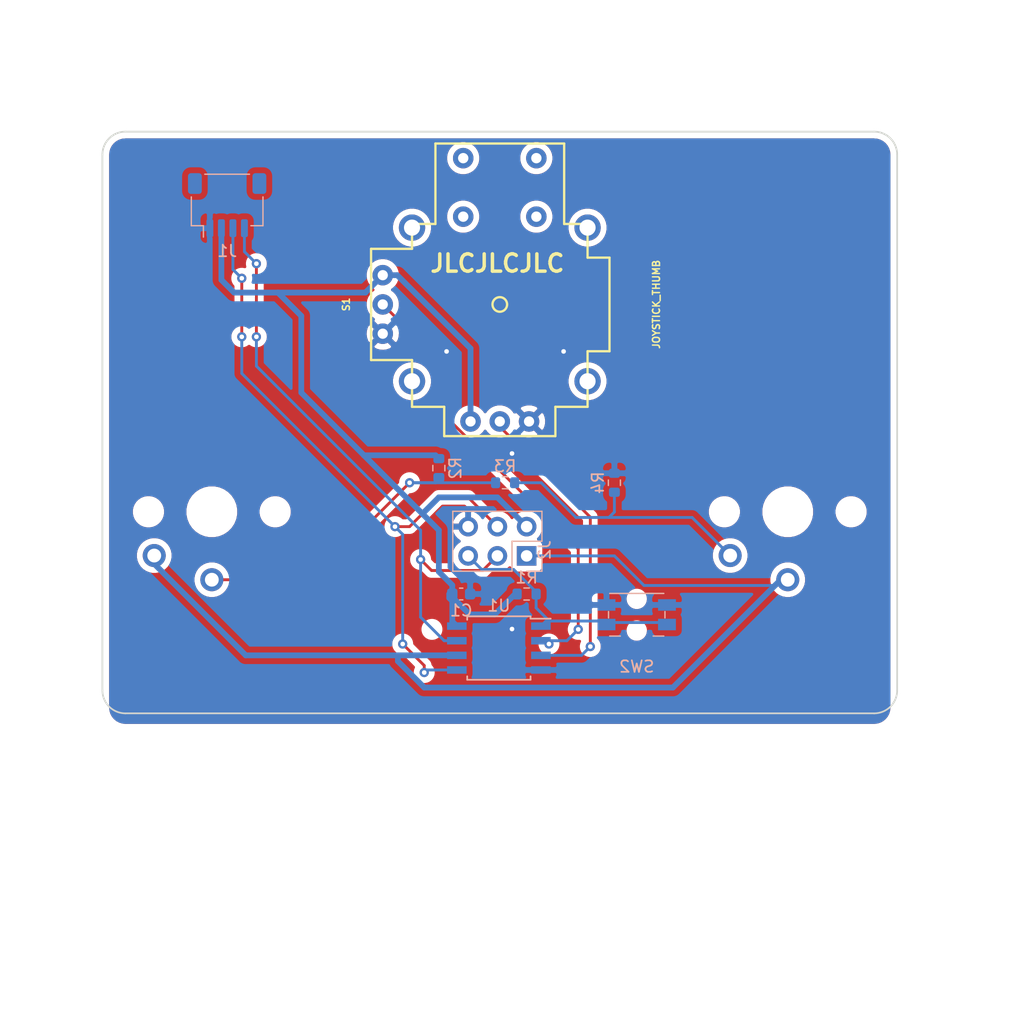
<source format=kicad_pcb>
(kicad_pcb (version 20171130) (host pcbnew "(5.1.12)-1")

  (general
    (thickness 1.6)
    (drawings 9)
    (tracks 123)
    (zones 0)
    (modules 12)
    (nets 13)
  )

  (page A4)
  (layers
    (0 F.Cu signal)
    (31 B.Cu signal)
    (32 B.Adhes user)
    (33 F.Adhes user)
    (34 B.Paste user)
    (35 F.Paste user)
    (36 B.SilkS user)
    (37 F.SilkS user)
    (38 B.Mask user)
    (39 F.Mask user)
    (40 Dwgs.User user)
    (41 Cmts.User user)
    (42 Eco1.User user hide)
    (43 Eco2.User user hide)
    (44 Edge.Cuts user)
    (45 Margin user)
    (46 B.CrtYd user)
    (47 F.CrtYd user)
    (48 B.Fab user)
    (49 F.Fab user)
  )

  (setup
    (last_trace_width 0.25)
    (user_trace_width 0.5)
    (trace_clearance 0.2)
    (zone_clearance 0.508)
    (zone_45_only no)
    (trace_min 0.2)
    (via_size 0.8)
    (via_drill 0.4)
    (via_min_size 0.4)
    (via_min_drill 0.3)
    (uvia_size 0.3)
    (uvia_drill 0.1)
    (uvias_allowed no)
    (uvia_min_size 0.2)
    (uvia_min_drill 0.1)
    (edge_width 0.05)
    (segment_width 0.2)
    (pcb_text_width 0.3)
    (pcb_text_size 1.5 1.5)
    (mod_edge_width 0.12)
    (mod_text_size 1 1)
    (mod_text_width 0.15)
    (pad_size 3.4 3.4)
    (pad_drill 3.4)
    (pad_to_mask_clearance 0)
    (aux_axis_origin 0 0)
    (visible_elements 7FFFFFFF)
    (pcbplotparams
      (layerselection 0x010fc_ffffffff)
      (usegerberextensions true)
      (usegerberattributes true)
      (usegerberadvancedattributes true)
      (creategerberjobfile true)
      (excludeedgelayer true)
      (linewidth 0.100000)
      (plotframeref false)
      (viasonmask false)
      (mode 1)
      (useauxorigin false)
      (hpglpennumber 1)
      (hpglpenspeed 20)
      (hpglpendiameter 15.000000)
      (psnegative false)
      (psa4output false)
      (plotreference true)
      (plotvalue true)
      (plotinvisibletext false)
      (padsonsilk false)
      (subtractmaskfromsilk true)
      (outputformat 1)
      (mirror false)
      (drillshape 0)
      (scaleselection 1)
      (outputdirectory "Gerber/"))
  )

  (net 0 "")
  (net 1 GND)
  (net 2 +3V3)
  (net 3 I2C_SCL)
  (net 4 I2C_SDA)
  (net 5 RESET)
  (net 6 "Net-(R2-Pad1)")
  (net 7 "Net-(R3-Pad1)")
  (net 8 Y_POS)
  (net 9 X_POS)
  (net 10 "Net-(S1-PadB2A)")
  (net 11 "Net-(S1-PadB1A)")
  (net 12 BUTTONS)

  (net_class Default "This is the default net class."
    (clearance 0.2)
    (trace_width 0.25)
    (via_dia 0.8)
    (via_drill 0.4)
    (uvia_dia 0.3)
    (uvia_drill 0.1)
    (add_net +3V3)
    (add_net BUTTONS)
    (add_net GND)
    (add_net I2C_SCL)
    (add_net I2C_SDA)
    (add_net "Net-(R2-Pad1)")
    (add_net "Net-(R3-Pad1)")
    (add_net "Net-(S1-PadB1A)")
    (add_net "Net-(S1-PadB2A)")
    (add_net RESET)
    (add_net X_POS)
    (add_net Y_POS)
  )

  (module Keebio:Kailh-PG1350-1u-NoLED (layer F.Cu) (tedit 61AB0CC8) (tstamp 619E4DDF)
    (at 59.5 33)
    (path /619DA726)
    (fp_text reference SW3 (at 0 -7.14375 180) (layer Dwgs.User)
      (effects (font (size 1 1) (thickness 0.2)))
    )
    (fp_text value SW_Push (at 0 -5.08 180) (layer F.SilkS) hide
      (effects (font (size 1 1) (thickness 0.2)))
    )
    (fp_line (start -9.525 9.525) (end 9.525 9.525) (layer Eco1.User) (width 0.12))
    (fp_line (start -9.525 -9.525) (end 9.525 -9.525) (layer Eco1.User) (width 0.12))
    (fp_line (start -9.525 -9.525) (end -9.525 9.525) (layer Eco1.User) (width 0.12))
    (fp_line (start 9.525 -9.525) (end 9.525 9.525) (layer Eco1.User) (width 0.12))
    (fp_line (start 7.5 -7.5) (end 7.5 7.5) (layer Eco2.User) (width 0.1524))
    (fp_line (start -7.5 -7.5) (end 7.5 -7.5) (layer Eco2.User) (width 0.1524))
    (fp_line (start -7.5 7.5) (end -7.5 -7.5) (layer Eco2.User) (width 0.1524))
    (fp_line (start 7.5 7.5) (end -7.5 7.5) (layer Eco2.User) (width 0.1524))
    (fp_line (start 9 -8.5) (end 9 8.5) (layer Dwgs.User) (width 0.1524))
    (fp_line (start -9 -8.5) (end 9 -8.5) (layer Dwgs.User) (width 0.1524))
    (fp_line (start -9 8.5) (end -9 -8.5) (layer Dwgs.User) (width 0.1524))
    (fp_line (start 9 8.5) (end -9 8.5) (layer Dwgs.User) (width 0.1524))
    (fp_line (start 6.9 -6.9) (end 6.9 6.9) (layer Cmts.User) (width 0.1524))
    (fp_line (start -6.9 -6.9) (end 6.9 -6.9) (layer Cmts.User) (width 0.1524))
    (fp_line (start -6.9 6.9) (end -6.9 -6.9) (layer Cmts.User) (width 0.1524))
    (fp_line (start 6.9 6.9) (end -6.9 6.9) (layer Cmts.User) (width 0.1524))
    (pad "" np_thru_hole circle (at 5.5 0 180) (size 1.7 1.7) (drill 1.7) (layers *.Cu *.Mask))
    (pad "" np_thru_hole circle (at -5.5 0 180) (size 1.7 1.7) (drill 1.7) (layers *.Cu *.Mask))
    (pad 2 thru_hole circle (at -5 3.8 41.9) (size 2 2) (drill 1.2) (layers *.Cu *.Mask)
      (net 7 "Net-(R3-Pad1)"))
    (pad 1 thru_hole circle (at 0 5.9 180) (size 2 2) (drill 1.2) (layers *.Cu *.Mask)
      (net 12 BUTTONS))
    (pad "" np_thru_hole circle (at 0 0 180) (size 3.4 3.4) (drill 3.4) (layers *.Cu *.Mask))
    (model /Users/danny/Documents/proj/custom-keyboard/kicad-libs/3d_models/mx-switch.wrl
      (offset (xyz 7.4675998878479 7.4675998878479 5.943599910736085))
      (scale (xyz 0.4 0.4 0.4))
      (rotate (xyz 270 0 180))
    )
    (model /Users/danny/Documents/proj/custom-keyboard/kicad-libs/3d_models/SA-R3-1u.wrl
      (offset (xyz 0 0 11.93799982070923))
      (scale (xyz 0.394 0.394 0.394))
      (rotate (xyz 270 0 0))
    )
    (model "${KIPRJMOD}/Kailh LP Choc Burnt Orange.STEP"
      (offset (xyz 0 0 3))
      (scale (xyz 1 1 1))
      (rotate (xyz -90 0 90))
    )
  )

  (module Keebio:Kailh-PG1350-1u-NoLED (layer F.Cu) (tedit 61AB0CC8) (tstamp 619ED2C7)
    (at 9.5 33)
    (path /619D9FDB)
    (fp_text reference SW1 (at 0 -7.14375 180) (layer Dwgs.User)
      (effects (font (size 1 1) (thickness 0.2)))
    )
    (fp_text value SW_Push (at 0 -5.08 180) (layer F.SilkS) hide
      (effects (font (size 1 1) (thickness 0.2)))
    )
    (fp_line (start -9.525 9.525) (end 9.525 9.525) (layer Eco1.User) (width 0.12))
    (fp_line (start -9.525 -9.525) (end 9.525 -9.525) (layer Eco1.User) (width 0.12))
    (fp_line (start -9.525 -9.525) (end -9.525 9.525) (layer Eco1.User) (width 0.12))
    (fp_line (start 9.525 -9.525) (end 9.525 9.525) (layer Eco1.User) (width 0.12))
    (fp_line (start 7.5 -7.5) (end 7.5 7.5) (layer Eco2.User) (width 0.1524))
    (fp_line (start -7.5 -7.5) (end 7.5 -7.5) (layer Eco2.User) (width 0.1524))
    (fp_line (start -7.5 7.5) (end -7.5 -7.5) (layer Eco2.User) (width 0.1524))
    (fp_line (start 7.5 7.5) (end -7.5 7.5) (layer Eco2.User) (width 0.1524))
    (fp_line (start 9 -8.5) (end 9 8.5) (layer Dwgs.User) (width 0.1524))
    (fp_line (start -9 -8.5) (end 9 -8.5) (layer Dwgs.User) (width 0.1524))
    (fp_line (start -9 8.5) (end -9 -8.5) (layer Dwgs.User) (width 0.1524))
    (fp_line (start 9 8.5) (end -9 8.5) (layer Dwgs.User) (width 0.1524))
    (fp_line (start 6.9 -6.9) (end 6.9 6.9) (layer Cmts.User) (width 0.1524))
    (fp_line (start -6.9 -6.9) (end 6.9 -6.9) (layer Cmts.User) (width 0.1524))
    (fp_line (start -6.9 6.9) (end -6.9 -6.9) (layer Cmts.User) (width 0.1524))
    (fp_line (start 6.9 6.9) (end -6.9 6.9) (layer Cmts.User) (width 0.1524))
    (pad "" np_thru_hole circle (at 5.5 0 180) (size 1.7 1.7) (drill 1.7) (layers *.Cu *.Mask))
    (pad "" np_thru_hole circle (at -5.5 0 180) (size 1.7 1.7) (drill 1.7) (layers *.Cu *.Mask))
    (pad 2 thru_hole circle (at -5 3.8 41.9) (size 2 2) (drill 1.2) (layers *.Cu *.Mask)
      (net 12 BUTTONS))
    (pad 1 thru_hole circle (at 0 5.9 180) (size 2 2) (drill 1.2) (layers *.Cu *.Mask)
      (net 6 "Net-(R2-Pad1)"))
    (pad "" np_thru_hole circle (at 0 0 180) (size 3.4 3.4) (drill 3.4) (layers *.Cu *.Mask))
    (model /Users/danny/Documents/proj/custom-keyboard/kicad-libs/3d_models/mx-switch.wrl
      (offset (xyz 7.4675998878479 7.4675998878479 5.943599910736085))
      (scale (xyz 0.4 0.4 0.4))
      (rotate (xyz 270 0 180))
    )
    (model /Users/danny/Documents/proj/custom-keyboard/kicad-libs/3d_models/SA-R3-1u.wrl
      (offset (xyz 0 0 11.93799982070923))
      (scale (xyz 0.394 0.394 0.394))
      (rotate (xyz 270 0 0))
    )
    (model "${KIPRJMOD}/Kailh LP Choc Burnt Orange.STEP"
      (offset (xyz 0 0 3))
      (scale (xyz 1 1 1))
      (rotate (xyz -90 0 90))
    )
  )

  (module sparkfun-sw:JOYSTICK (layer F.Cu) (tedit 61AB0B53) (tstamp 619E4D90)
    (at 34.5 15)
    (descr "THUMB JOYSTICK")
    (tags "THUMB JOYSTICK")
    (path /619F43F1)
    (attr virtual)
    (fp_text reference S1 (at -13.335 0 90) (layer F.SilkS)
      (effects (font (size 0.6096 0.6096) (thickness 0.127)))
    )
    (fp_text value JOYSTICK_THUMB (at 13.589 0 90) (layer F.SilkS)
      (effects (font (size 0.6096 0.6096) (thickness 0.127)))
    )
    (fp_circle (center 0 0) (end 0 -12.7) (layer Dwgs.User) (width 0.2032))
    (fp_circle (center 0 0) (end 0 -0.635) (layer F.SilkS) (width 0.2032))
    (fp_line (start 0.635 -7.62) (end 1.905 -7.62) (layer Dwgs.User) (width 0.2032))
    (fp_line (start -0.635 -7.62) (end 0.635 -8.255) (layer Dwgs.User) (width 0.2032))
    (fp_line (start -1.905 -7.62) (end -0.635 -7.62) (layer Dwgs.User) (width 0.2032))
    (fp_line (start -7.62 4.826) (end -7.62 8.89) (layer F.SilkS) (width 0.2032))
    (fp_line (start -7.62 -4.826) (end -7.62 -6.985) (layer F.SilkS) (width 0.2032))
    (fp_line (start -11.176 -4.826) (end -11.176 4.826) (layer F.SilkS) (width 0.2032))
    (fp_line (start -7.62 4.826) (end -11.176 4.826) (layer F.SilkS) (width 0.2032))
    (fp_line (start -7.62 -4.826) (end -11.176 -4.826) (layer F.SilkS) (width 0.2032))
    (fp_line (start -5.588 -13.97) (end -5.588 -6.985) (layer F.SilkS) (width 0.2032))
    (fp_line (start 5.588 -13.97) (end 5.588 -6.985) (layer F.SilkS) (width 0.2032))
    (fp_line (start -5.588 -6.985) (end -7.62 -6.985) (layer F.SilkS) (width 0.2032))
    (fp_line (start 7.62 -6.985) (end 5.588 -6.985) (layer F.SilkS) (width 0.2032))
    (fp_line (start 7.62 4.064) (end 9.525 4.064) (layer F.SilkS) (width 0.2032))
    (fp_line (start 7.62 -4.064) (end 9.525 -4.064) (layer F.SilkS) (width 0.2032))
    (fp_line (start 7.62 4.064) (end 7.62 8.89) (layer F.SilkS) (width 0.2032))
    (fp_line (start 7.62 -4.064) (end 7.62 -6.985) (layer F.SilkS) (width 0.2032))
    (fp_line (start 9.525 -4.064) (end 9.525 4.064) (layer F.SilkS) (width 0.2032))
    (fp_line (start -4.826 8.89) (end -7.62 8.89) (layer F.SilkS) (width 0.2032))
    (fp_line (start 4.826 8.89) (end 7.62 8.89) (layer F.SilkS) (width 0.2032))
    (fp_line (start -4.826 11.43) (end -4.826 8.89) (layer F.SilkS) (width 0.2032))
    (fp_line (start 4.826 11.43) (end 4.826 8.89) (layer F.SilkS) (width 0.2032))
    (fp_line (start 4.826 11.43) (end -4.826 11.43) (layer F.SilkS) (width 0.2032))
    (fp_line (start 5.588 -13.97) (end -5.588 -13.97) (layer F.SilkS) (width 0.2032))
    (pad V3 thru_hole circle (at -10.16 2.54) (size 1.778 1.778) (drill 0.889) (layers *.Cu *.Mask)
      (net 1 GND) (solder_mask_margin 0.1016))
    (pad V2 thru_hole circle (at -10.16 0) (size 1.778 1.778) (drill 0.889) (layers *.Cu *.Mask)
      (net 8 Y_POS) (solder_mask_margin 0.1016))
    (pad V1 thru_hole circle (at -10.16 -2.54) (size 1.778 1.778) (drill 0.889) (layers *.Cu *.Mask)
      (net 2 +3V3) (solder_mask_margin 0.1016))
    (pad MOUN thru_hole circle (at 7.62 -6.6675) (size 2.286 2.286) (drill 1.397) (layers *.Cu *.Mask)
      (solder_mask_margin 0.1016))
    (pad MOUN thru_hole circle (at 7.62 6.6675) (size 2.286 2.286) (drill 1.397) (layers *.Cu *.Mask)
      (solder_mask_margin 0.1016))
    (pad MOUN thru_hole circle (at -7.62 6.6675) (size 2.286 2.286) (drill 1.397) (layers *.Cu *.Mask)
      (solder_mask_margin 0.1016))
    (pad MOUN thru_hole circle (at -7.62 -6.6675) (size 2.286 2.286) (drill 1.397) (layers *.Cu *.Mask)
      (solder_mask_margin 0.1016))
    (pad H3 thru_hole circle (at 2.54 10.16) (size 1.778 1.778) (drill 0.889) (layers *.Cu *.Mask)
      (net 1 GND) (solder_mask_margin 0.1016))
    (pad H2 thru_hole circle (at 0 10.16) (size 1.778 1.778) (drill 0.889) (layers *.Cu *.Mask)
      (net 9 X_POS) (solder_mask_margin 0.1016))
    (pad H1 thru_hole circle (at -2.54 10.16) (size 1.778 1.778) (drill 0.889) (layers *.Cu *.Mask)
      (net 2 +3V3) (solder_mask_margin 0.1016))
    (pad B2B thru_hole circle (at 3.175 -7.62) (size 1.778 1.778) (drill 0.89916) (layers *.Cu *.Mask)
      (solder_mask_margin 0.1016))
    (pad B2A thru_hole circle (at -3.175 -7.62) (size 1.778 1.778) (drill 0.89916) (layers *.Cu *.Mask)
      (net 10 "Net-(S1-PadB2A)") (solder_mask_margin 0.1016))
    (pad B1B thru_hole circle (at 3.175 -12.7) (size 1.778 1.778) (drill 0.89916) (layers *.Cu *.Mask)
      (solder_mask_margin 0.1016))
    (pad B1A thru_hole circle (at -3.175 -12.7) (size 1.778 1.778) (drill 0.89916) (layers *.Cu *.Mask)
      (net 11 "Net-(S1-PadB1A)") (solder_mask_margin 0.1016))
    (model ${KIPRJMOD}/9032.STEP
      (offset (xyz -8.199999999999999 -8.199999999999999 0))
      (scale (xyz 1 1 1))
      (rotate (xyz 0 0 0))
    )
  )

  (module Resistor_SMD:R_0603_1608Metric (layer B.Cu) (tedit 5F68FEEE) (tstamp 619E4D65)
    (at 44.45 30.48 270)
    (descr "Resistor SMD 0603 (1608 Metric), square (rectangular) end terminal, IPC_7351 nominal, (Body size source: IPC-SM-782 page 72, https://www.pcb-3d.com/wordpress/wp-content/uploads/ipc-sm-782a_amendment_1_and_2.pdf), generated with kicad-footprint-generator")
    (tags resistor)
    (path /619EBB3B)
    (attr smd)
    (fp_text reference R4 (at 0 1.43 90) (layer B.SilkS)
      (effects (font (size 1 1) (thickness 0.15)) (justify mirror))
    )
    (fp_text value 1k (at 0 -1.43 90) (layer B.Fab)
      (effects (font (size 1 1) (thickness 0.15)) (justify mirror))
    )
    (fp_line (start 1.48 -0.73) (end -1.48 -0.73) (layer B.CrtYd) (width 0.05))
    (fp_line (start 1.48 0.73) (end 1.48 -0.73) (layer B.CrtYd) (width 0.05))
    (fp_line (start -1.48 0.73) (end 1.48 0.73) (layer B.CrtYd) (width 0.05))
    (fp_line (start -1.48 -0.73) (end -1.48 0.73) (layer B.CrtYd) (width 0.05))
    (fp_line (start -0.237258 -0.5225) (end 0.237258 -0.5225) (layer B.SilkS) (width 0.12))
    (fp_line (start -0.237258 0.5225) (end 0.237258 0.5225) (layer B.SilkS) (width 0.12))
    (fp_line (start 0.8 -0.4125) (end -0.8 -0.4125) (layer B.Fab) (width 0.1))
    (fp_line (start 0.8 0.4125) (end 0.8 -0.4125) (layer B.Fab) (width 0.1))
    (fp_line (start -0.8 0.4125) (end 0.8 0.4125) (layer B.Fab) (width 0.1))
    (fp_line (start -0.8 -0.4125) (end -0.8 0.4125) (layer B.Fab) (width 0.1))
    (fp_text user %R (at 0 0 90) (layer B.Fab)
      (effects (font (size 0.4 0.4) (thickness 0.06)) (justify mirror))
    )
    (pad 2 smd roundrect (at 0.825 0 270) (size 0.8 0.95) (layers B.Cu B.Paste B.Mask) (roundrect_rratio 0.25)
      (net 7 "Net-(R3-Pad1)"))
    (pad 1 smd roundrect (at -0.825 0 270) (size 0.8 0.95) (layers B.Cu B.Paste B.Mask) (roundrect_rratio 0.25)
      (net 1 GND))
    (model ${KISYS3DMOD}/Resistor_SMD.3dshapes/R_0603_1608Metric.wrl
      (at (xyz 0 0 0))
      (scale (xyz 1 1 1))
      (rotate (xyz 0 0 0))
    )
  )

  (module Resistor_SMD:R_0603_1608Metric (layer B.Cu) (tedit 5F68FEEE) (tstamp 619E4D54)
    (at 34.96 30.48 180)
    (descr "Resistor SMD 0603 (1608 Metric), square (rectangular) end terminal, IPC_7351 nominal, (Body size source: IPC-SM-782 page 72, https://www.pcb-3d.com/wordpress/wp-content/uploads/ipc-sm-782a_amendment_1_and_2.pdf), generated with kicad-footprint-generator")
    (tags resistor)
    (path /619EB83D)
    (attr smd)
    (fp_text reference R3 (at 0 1.43) (layer B.SilkS)
      (effects (font (size 1 1) (thickness 0.15)) (justify mirror))
    )
    (fp_text value 4.99k (at 0 -1.43) (layer B.Fab)
      (effects (font (size 1 1) (thickness 0.15)) (justify mirror))
    )
    (fp_line (start 1.48 -0.73) (end -1.48 -0.73) (layer B.CrtYd) (width 0.05))
    (fp_line (start 1.48 0.73) (end 1.48 -0.73) (layer B.CrtYd) (width 0.05))
    (fp_line (start -1.48 0.73) (end 1.48 0.73) (layer B.CrtYd) (width 0.05))
    (fp_line (start -1.48 -0.73) (end -1.48 0.73) (layer B.CrtYd) (width 0.05))
    (fp_line (start -0.237258 -0.5225) (end 0.237258 -0.5225) (layer B.SilkS) (width 0.12))
    (fp_line (start -0.237258 0.5225) (end 0.237258 0.5225) (layer B.SilkS) (width 0.12))
    (fp_line (start 0.8 -0.4125) (end -0.8 -0.4125) (layer B.Fab) (width 0.1))
    (fp_line (start 0.8 0.4125) (end 0.8 -0.4125) (layer B.Fab) (width 0.1))
    (fp_line (start -0.8 0.4125) (end 0.8 0.4125) (layer B.Fab) (width 0.1))
    (fp_line (start -0.8 -0.4125) (end -0.8 0.4125) (layer B.Fab) (width 0.1))
    (fp_text user %R (at 0 0) (layer B.Fab)
      (effects (font (size 0.4 0.4) (thickness 0.06)) (justify mirror))
    )
    (pad 2 smd roundrect (at 0.825 0 180) (size 0.8 0.95) (layers B.Cu B.Paste B.Mask) (roundrect_rratio 0.25)
      (net 6 "Net-(R2-Pad1)"))
    (pad 1 smd roundrect (at -0.825 0 180) (size 0.8 0.95) (layers B.Cu B.Paste B.Mask) (roundrect_rratio 0.25)
      (net 7 "Net-(R3-Pad1)"))
    (model ${KISYS3DMOD}/Resistor_SMD.3dshapes/R_0603_1608Metric.wrl
      (at (xyz 0 0 0))
      (scale (xyz 1 1 1))
      (rotate (xyz 0 0 0))
    )
  )

  (module Resistor_SMD:R_0603_1608Metric (layer B.Cu) (tedit 5F68FEEE) (tstamp 619E4D43)
    (at 29.21 29.21 90)
    (descr "Resistor SMD 0603 (1608 Metric), square (rectangular) end terminal, IPC_7351 nominal, (Body size source: IPC-SM-782 page 72, https://www.pcb-3d.com/wordpress/wp-content/uploads/ipc-sm-782a_amendment_1_and_2.pdf), generated with kicad-footprint-generator")
    (tags resistor)
    (path /619EA2D9)
    (attr smd)
    (fp_text reference R2 (at 0 1.43 90) (layer B.SilkS)
      (effects (font (size 1 1) (thickness 0.15)) (justify mirror))
    )
    (fp_text value 2.49k (at 0 -1.43 90) (layer B.Fab)
      (effects (font (size 1 1) (thickness 0.15)) (justify mirror))
    )
    (fp_line (start 1.48 -0.73) (end -1.48 -0.73) (layer B.CrtYd) (width 0.05))
    (fp_line (start 1.48 0.73) (end 1.48 -0.73) (layer B.CrtYd) (width 0.05))
    (fp_line (start -1.48 0.73) (end 1.48 0.73) (layer B.CrtYd) (width 0.05))
    (fp_line (start -1.48 -0.73) (end -1.48 0.73) (layer B.CrtYd) (width 0.05))
    (fp_line (start -0.237258 -0.5225) (end 0.237258 -0.5225) (layer B.SilkS) (width 0.12))
    (fp_line (start -0.237258 0.5225) (end 0.237258 0.5225) (layer B.SilkS) (width 0.12))
    (fp_line (start 0.8 -0.4125) (end -0.8 -0.4125) (layer B.Fab) (width 0.1))
    (fp_line (start 0.8 0.4125) (end 0.8 -0.4125) (layer B.Fab) (width 0.1))
    (fp_line (start -0.8 0.4125) (end 0.8 0.4125) (layer B.Fab) (width 0.1))
    (fp_line (start -0.8 -0.4125) (end -0.8 0.4125) (layer B.Fab) (width 0.1))
    (fp_text user %R (at 0 0 90) (layer B.Fab)
      (effects (font (size 0.4 0.4) (thickness 0.06)) (justify mirror))
    )
    (pad 2 smd roundrect (at 0.825 0 90) (size 0.8 0.95) (layers B.Cu B.Paste B.Mask) (roundrect_rratio 0.25)
      (net 2 +3V3))
    (pad 1 smd roundrect (at -0.825 0 90) (size 0.8 0.95) (layers B.Cu B.Paste B.Mask) (roundrect_rratio 0.25)
      (net 6 "Net-(R2-Pad1)"))
    (model ${KISYS3DMOD}/Resistor_SMD.3dshapes/R_0603_1608Metric.wrl
      (at (xyz 0 0 0))
      (scale (xyz 1 1 1))
      (rotate (xyz 0 0 0))
    )
  )

  (module Resistor_SMD:R_0603_1608Metric (layer B.Cu) (tedit 5F68FEEE) (tstamp 619E4D32)
    (at 36.83 40.14 180)
    (descr "Resistor SMD 0603 (1608 Metric), square (rectangular) end terminal, IPC_7351 nominal, (Body size source: IPC-SM-782 page 72, https://www.pcb-3d.com/wordpress/wp-content/uploads/ipc-sm-782a_amendment_1_and_2.pdf), generated with kicad-footprint-generator")
    (tags resistor)
    (path /61A17EA3)
    (attr smd)
    (fp_text reference R1 (at 0 1.43) (layer B.SilkS)
      (effects (font (size 1 1) (thickness 0.15)) (justify mirror))
    )
    (fp_text value 10k (at 0 -1.43) (layer B.Fab)
      (effects (font (size 1 1) (thickness 0.15)) (justify mirror))
    )
    (fp_line (start 1.48 -0.73) (end -1.48 -0.73) (layer B.CrtYd) (width 0.05))
    (fp_line (start 1.48 0.73) (end 1.48 -0.73) (layer B.CrtYd) (width 0.05))
    (fp_line (start -1.48 0.73) (end 1.48 0.73) (layer B.CrtYd) (width 0.05))
    (fp_line (start -1.48 -0.73) (end -1.48 0.73) (layer B.CrtYd) (width 0.05))
    (fp_line (start -0.237258 -0.5225) (end 0.237258 -0.5225) (layer B.SilkS) (width 0.12))
    (fp_line (start -0.237258 0.5225) (end 0.237258 0.5225) (layer B.SilkS) (width 0.12))
    (fp_line (start 0.8 -0.4125) (end -0.8 -0.4125) (layer B.Fab) (width 0.1))
    (fp_line (start 0.8 0.4125) (end 0.8 -0.4125) (layer B.Fab) (width 0.1))
    (fp_line (start -0.8 0.4125) (end 0.8 0.4125) (layer B.Fab) (width 0.1))
    (fp_line (start -0.8 -0.4125) (end -0.8 0.4125) (layer B.Fab) (width 0.1))
    (fp_text user %R (at 0 0) (layer B.Fab)
      (effects (font (size 0.4 0.4) (thickness 0.06)) (justify mirror))
    )
    (pad 2 smd roundrect (at 0.825 0 180) (size 0.8 0.95) (layers B.Cu B.Paste B.Mask) (roundrect_rratio 0.25)
      (net 2 +3V3))
    (pad 1 smd roundrect (at -0.825 0 180) (size 0.8 0.95) (layers B.Cu B.Paste B.Mask) (roundrect_rratio 0.25)
      (net 5 RESET))
    (model ${KISYS3DMOD}/Resistor_SMD.3dshapes/R_0603_1608Metric.wrl
      (at (xyz 0 0 0))
      (scale (xyz 1 1 1))
      (rotate (xyz 0 0 0))
    )
  )

  (module Capacitor_SMD:C_0603_1608Metric (layer B.Cu) (tedit 5F68FEEE) (tstamp 619E4D06)
    (at 31.15 40.14)
    (descr "Capacitor SMD 0603 (1608 Metric), square (rectangular) end terminal, IPC_7351 nominal, (Body size source: IPC-SM-782 page 76, https://www.pcb-3d.com/wordpress/wp-content/uploads/ipc-sm-782a_amendment_1_and_2.pdf), generated with kicad-footprint-generator")
    (tags capacitor)
    (path /61A14AA0)
    (attr smd)
    (fp_text reference C1 (at 0 1.43) (layer B.SilkS)
      (effects (font (size 1 1) (thickness 0.15)) (justify mirror))
    )
    (fp_text value 100n (at 0 -1.43) (layer B.Fab)
      (effects (font (size 1 1) (thickness 0.15)) (justify mirror))
    )
    (fp_line (start 1.48 -0.73) (end -1.48 -0.73) (layer B.CrtYd) (width 0.05))
    (fp_line (start 1.48 0.73) (end 1.48 -0.73) (layer B.CrtYd) (width 0.05))
    (fp_line (start -1.48 0.73) (end 1.48 0.73) (layer B.CrtYd) (width 0.05))
    (fp_line (start -1.48 -0.73) (end -1.48 0.73) (layer B.CrtYd) (width 0.05))
    (fp_line (start -0.14058 -0.51) (end 0.14058 -0.51) (layer B.SilkS) (width 0.12))
    (fp_line (start -0.14058 0.51) (end 0.14058 0.51) (layer B.SilkS) (width 0.12))
    (fp_line (start 0.8 -0.4) (end -0.8 -0.4) (layer B.Fab) (width 0.1))
    (fp_line (start 0.8 0.4) (end 0.8 -0.4) (layer B.Fab) (width 0.1))
    (fp_line (start -0.8 0.4) (end 0.8 0.4) (layer B.Fab) (width 0.1))
    (fp_line (start -0.8 -0.4) (end -0.8 0.4) (layer B.Fab) (width 0.1))
    (fp_text user %R (at 0 0) (layer B.Fab)
      (effects (font (size 0.4 0.4) (thickness 0.06)) (justify mirror))
    )
    (pad 2 smd roundrect (at 0.775 0) (size 0.9 0.95) (layers B.Cu B.Paste B.Mask) (roundrect_rratio 0.25)
      (net 1 GND))
    (pad 1 smd roundrect (at -0.775 0) (size 0.9 0.95) (layers B.Cu B.Paste B.Mask) (roundrect_rratio 0.25)
      (net 2 +3V3))
    (model ${KISYS3DMOD}/Capacitor_SMD.3dshapes/C_0603_1608Metric.wrl
      (at (xyz 0 0 0))
      (scale (xyz 1 1 1))
      (rotate (xyz 0 0 0))
    )
  )

  (module Connector_PinHeader_2.54mm:PinHeader_2x03_P2.54mm_Vertical (layer B.Cu) (tedit 59FED5CC) (tstamp 619E974C)
    (at 36.83 36.83 90)
    (descr "Through hole straight pin header, 2x03, 2.54mm pitch, double rows")
    (tags "Through hole pin header THT 2x03 2.54mm double row")
    (path /61A2D404)
    (fp_text reference J2 (at 0.5 1.56 90) (layer B.SilkS)
      (effects (font (size 1 1) (thickness 0.15)) (justify mirror))
    )
    (fp_text value AVR-ISP-6 (at 0.5 -3.56 90) (layer B.Fab)
      (effects (font (size 1 1) (thickness 0.15)) (justify mirror))
    )
    (fp_line (start 4.35 1.8) (end -1.8 1.8) (layer B.CrtYd) (width 0.05))
    (fp_line (start 4.35 -6.85) (end 4.35 1.8) (layer B.CrtYd) (width 0.05))
    (fp_line (start -1.8 -6.85) (end 4.35 -6.85) (layer B.CrtYd) (width 0.05))
    (fp_line (start -1.8 1.8) (end -1.8 -6.85) (layer B.CrtYd) (width 0.05))
    (fp_line (start -1.33 1.33) (end 0 1.33) (layer B.SilkS) (width 0.12))
    (fp_line (start -1.33 0) (end -1.33 1.33) (layer B.SilkS) (width 0.12))
    (fp_line (start 1.27 1.33) (end 3.87 1.33) (layer B.SilkS) (width 0.12))
    (fp_line (start 1.27 -1.27) (end 1.27 1.33) (layer B.SilkS) (width 0.12))
    (fp_line (start -1.33 -1.27) (end 1.27 -1.27) (layer B.SilkS) (width 0.12))
    (fp_line (start 3.87 1.33) (end 3.87 -6.41) (layer B.SilkS) (width 0.12))
    (fp_line (start -1.33 -1.27) (end -1.33 -6.41) (layer B.SilkS) (width 0.12))
    (fp_line (start -1.33 -6.41) (end 3.87 -6.41) (layer B.SilkS) (width 0.12))
    (fp_line (start -1.27 0) (end 0 1.27) (layer B.Fab) (width 0.1))
    (fp_line (start -1.27 -6.35) (end -1.27 0) (layer B.Fab) (width 0.1))
    (fp_line (start 3.81 -6.35) (end -1.27 -6.35) (layer B.Fab) (width 0.1))
    (fp_line (start 3.81 1.27) (end 3.81 -6.35) (layer B.Fab) (width 0.1))
    (fp_line (start 0 1.27) (end 3.81 1.27) (layer B.Fab) (width 0.1))
    (fp_text user %R (at 0.5 -1 180) (layer B.Fab)
      (effects (font (size 1 1) (thickness 0.15)) (justify mirror))
    )
    (pad 6 thru_hole oval (at 2.54 -5.08 90) (size 1.7 1.7) (drill 1) (layers *.Cu *.Mask)
      (net 1 GND))
    (pad 5 thru_hole oval (at 0 -5.08 90) (size 1.7 1.7) (drill 1) (layers *.Cu *.Mask)
      (net 5 RESET))
    (pad 4 thru_hole oval (at 2.54 -2.54 90) (size 1.7 1.7) (drill 1) (layers *.Cu *.Mask)
      (net 4 I2C_SDA))
    (pad 3 thru_hole oval (at 0 -2.54 90) (size 1.7 1.7) (drill 1) (layers *.Cu *.Mask)
      (net 3 I2C_SCL))
    (pad 2 thru_hole oval (at 2.54 0 90) (size 1.7 1.7) (drill 1) (layers *.Cu *.Mask)
      (net 2 +3V3))
    (pad 1 thru_hole rect (at 0 0 90) (size 1.7 1.7) (drill 1) (layers *.Cu *.Mask)
      (net 12 BUTTONS))
    (model ${KISYS3DMOD}/Connector_PinHeader_2.54mm.3dshapes/PinHeader_2x03_P2.54mm_Vertical.wrl
      (at (xyz 0 0 0))
      (scale (xyz 1 1 1))
      (rotate (xyz 0 0 0))
    )
  )

  (module Package_SO:SOIJ-8_5.3x5.3mm_P1.27mm (layer B.Cu) (tedit 5A02F2D3) (tstamp 619E4DFC)
    (at 34.42 44.83 180)
    (descr "8-Lead Plastic Small Outline (SM) - Medium, 5.28 mm Body [SOIC] (see Microchip Packaging Specification 00000049BS.pdf)")
    (tags "SOIC 1.27")
    (path /619D8BE4)
    (attr smd)
    (fp_text reference U1 (at 0 3.68) (layer B.SilkS)
      (effects (font (size 1 1) (thickness 0.15)) (justify mirror))
    )
    (fp_text value ATtiny85V-10SU (at 0 -3.68) (layer B.Fab)
      (effects (font (size 1 1) (thickness 0.15)) (justify mirror))
    )
    (fp_line (start -1.65 2.65) (end 2.65 2.65) (layer B.Fab) (width 0.15))
    (fp_line (start 2.65 2.65) (end 2.65 -2.65) (layer B.Fab) (width 0.15))
    (fp_line (start 2.65 -2.65) (end -2.65 -2.65) (layer B.Fab) (width 0.15))
    (fp_line (start -2.65 -2.65) (end -2.65 1.65) (layer B.Fab) (width 0.15))
    (fp_line (start -2.65 1.65) (end -1.65 2.65) (layer B.Fab) (width 0.15))
    (fp_line (start -4.75 2.95) (end -4.75 -2.95) (layer B.CrtYd) (width 0.05))
    (fp_line (start 4.75 2.95) (end 4.75 -2.95) (layer B.CrtYd) (width 0.05))
    (fp_line (start -4.75 2.95) (end 4.75 2.95) (layer B.CrtYd) (width 0.05))
    (fp_line (start -4.75 -2.95) (end 4.75 -2.95) (layer B.CrtYd) (width 0.05))
    (fp_line (start -2.75 2.755) (end -2.75 2.55) (layer B.SilkS) (width 0.15))
    (fp_line (start 2.75 2.755) (end 2.75 2.455) (layer B.SilkS) (width 0.15))
    (fp_line (start 2.75 -2.755) (end 2.75 -2.455) (layer B.SilkS) (width 0.15))
    (fp_line (start -2.75 -2.755) (end -2.75 -2.455) (layer B.SilkS) (width 0.15))
    (fp_line (start -2.75 2.755) (end 2.75 2.755) (layer B.SilkS) (width 0.15))
    (fp_line (start -2.75 -2.755) (end 2.75 -2.755) (layer B.SilkS) (width 0.15))
    (fp_line (start -2.75 2.55) (end -4.5 2.55) (layer B.SilkS) (width 0.15))
    (fp_text user %R (at 0 0) (layer B.Fab)
      (effects (font (size 1 1) (thickness 0.15)) (justify mirror))
    )
    (pad 1 smd rect (at -3.65 1.905 180) (size 1.7 0.65) (layers B.Cu B.Paste B.Mask)
      (net 5 RESET))
    (pad 2 smd rect (at -3.65 0.635 180) (size 1.7 0.65) (layers B.Cu B.Paste B.Mask)
      (net 8 Y_POS))
    (pad 3 smd rect (at -3.65 -0.635 180) (size 1.7 0.65) (layers B.Cu B.Paste B.Mask)
      (net 9 X_POS))
    (pad 4 smd rect (at -3.65 -1.905 180) (size 1.7 0.65) (layers B.Cu B.Paste B.Mask)
      (net 1 GND))
    (pad 5 smd rect (at 3.65 -1.905 180) (size 1.7 0.65) (layers B.Cu B.Paste B.Mask)
      (net 4 I2C_SDA))
    (pad 6 smd rect (at 3.65 -0.635 180) (size 1.7 0.65) (layers B.Cu B.Paste B.Mask)
      (net 12 BUTTONS))
    (pad 7 smd rect (at 3.65 0.635 180) (size 1.7 0.65) (layers B.Cu B.Paste B.Mask)
      (net 3 I2C_SCL))
    (pad 8 smd rect (at 3.65 1.905 180) (size 1.7 0.65) (layers B.Cu B.Paste B.Mask)
      (net 2 +3V3))
    (model ${KISYS3DMOD}/Package_SO.3dshapes/SOIJ-8_5.3x5.3mm_P1.27mm.wrl
      (at (xyz 0 0 0))
      (scale (xyz 1 1 1))
      (rotate (xyz 0 0 0))
    )
  )

  (module Button_Switch_SMD:Panasonic_EVQPUL_EVQPUC (layer B.Cu) (tedit 5A02FC95) (tstamp 619E4DC5)
    (at 46.39 41.94)
    (descr http://industrial.panasonic.com/cdbs/www-data/pdf/ATV0000/ATV0000CE5.pdf)
    (tags "SMD SMT SPST EVQPUL EVQPUC")
    (path /619EFDF4)
    (attr smd)
    (fp_text reference SW2 (at 0 4.5) (layer B.SilkS)
      (effects (font (size 1 1) (thickness 0.15)) (justify mirror))
    )
    (fp_text value SW_Push (at 0 -3.5) (layer B.Fab)
      (effects (font (size 1 1) (thickness 0.15)) (justify mirror))
    )
    (fp_line (start 3.9 -2.25) (end 3.9 3.25) (layer B.CrtYd) (width 0.05))
    (fp_line (start 2.35 1.85) (end 1.425 1.85) (layer B.SilkS) (width 0.12))
    (fp_line (start 2.35 -1.85) (end -2.35 -1.85) (layer B.SilkS) (width 0.12))
    (fp_line (start -2.45 -0.275) (end -2.45 0.275) (layer B.SilkS) (width 0.12))
    (fp_line (start -1.3 2.75) (end -1.3 1.75) (layer B.Fab) (width 0.1))
    (fp_line (start 1.3 2.75) (end 1.3 1.75) (layer B.Fab) (width 0.1))
    (fp_line (start 1.3 2.75) (end -1.3 2.75) (layer B.Fab) (width 0.1))
    (fp_line (start 2.35 -1.75) (end 2.35 1.75) (layer B.Fab) (width 0.1))
    (fp_line (start -2.35 -1.75) (end -2.35 1.75) (layer B.Fab) (width 0.1))
    (fp_line (start 2.35 1.75) (end -2.35 1.75) (layer B.Fab) (width 0.1))
    (fp_line (start 2.35 -1.75) (end -2.35 -1.75) (layer B.Fab) (width 0.1))
    (fp_line (start 2.45 -0.275) (end 2.45 0.275) (layer B.SilkS) (width 0.12))
    (fp_line (start -1.425 1.85) (end -2.35 1.85) (layer B.SilkS) (width 0.12))
    (fp_line (start -3.9 -2.25) (end -3.9 3.25) (layer B.CrtYd) (width 0.05))
    (fp_line (start 3.9 -2.25) (end -3.9 -2.25) (layer B.CrtYd) (width 0.05))
    (fp_line (start 3.9 3.25) (end -3.9 3.25) (layer B.CrtYd) (width 0.05))
    (fp_text user %R (at 0 0) (layer B.Fab)
      (effects (font (size 1 1) (thickness 0.15)) (justify mirror))
    )
    (pad 2 smd rect (at 2.625 -0.85 180) (size 1.55 1) (layers B.Cu B.Paste B.Mask)
      (net 1 GND))
    (pad 2 smd rect (at -2.625 -0.85 180) (size 1.55 1) (layers B.Cu B.Paste B.Mask)
      (net 1 GND))
    (pad 1 smd rect (at -2.625 0.85 180) (size 1.55 1) (layers B.Cu B.Paste B.Mask)
      (net 5 RESET))
    (pad 1 smd rect (at 2.625 0.85 180) (size 1.55 1) (layers B.Cu B.Paste B.Mask)
      (net 5 RESET))
    (pad "" np_thru_hole circle (at 0 -1.375 180) (size 0.75 0.75) (drill 0.75) (layers *.Cu *.Mask))
    (pad "" np_thru_hole circle (at 0 1.375 180) (size 0.75 0.75) (drill 0.75) (layers *.Cu *.Mask))
    (model ${KISYS3DMOD}/Button_Switch_SMD.3dshapes/Panasonic_EVQPUL_EVQPUC.wrl
      (at (xyz 0 0 0))
      (scale (xyz 1 1 1))
      (rotate (xyz 0 0 0))
    )
  )

  (module Connector_JST:JST_SH_SM04B-SRSS-TB_1x04-1MP_P1.00mm_Horizontal (layer B.Cu) (tedit 5B78AD87) (tstamp 619E4D21)
    (at 10.83 6.38)
    (descr "JST SH series connector, SM04B-SRSS-TB (http://www.jst-mfg.com/product/pdf/eng/eSH.pdf), generated with kicad-footprint-generator")
    (tags "connector JST SH top entry")
    (path /619D994A)
    (attr smd)
    (fp_text reference J1 (at 0 3.98) (layer B.SilkS)
      (effects (font (size 1 1) (thickness 0.15)) (justify mirror))
    )
    (fp_text value Conn_01x04 (at 0 -3.98) (layer B.Fab)
      (effects (font (size 1 1) (thickness 0.15)) (justify mirror))
    )
    (fp_line (start -3 1.675) (end 3 1.675) (layer B.Fab) (width 0.1))
    (fp_line (start -3.11 -0.715) (end -3.11 1.785) (layer B.SilkS) (width 0.12))
    (fp_line (start -3.11 1.785) (end -2.06 1.785) (layer B.SilkS) (width 0.12))
    (fp_line (start -2.06 1.785) (end -2.06 2.775) (layer B.SilkS) (width 0.12))
    (fp_line (start 3.11 -0.715) (end 3.11 1.785) (layer B.SilkS) (width 0.12))
    (fp_line (start 3.11 1.785) (end 2.06 1.785) (layer B.SilkS) (width 0.12))
    (fp_line (start -1.94 -2.685) (end 1.94 -2.685) (layer B.SilkS) (width 0.12))
    (fp_line (start -3 -2.575) (end 3 -2.575) (layer B.Fab) (width 0.1))
    (fp_line (start -3 1.675) (end -3 -2.575) (layer B.Fab) (width 0.1))
    (fp_line (start 3 1.675) (end 3 -2.575) (layer B.Fab) (width 0.1))
    (fp_line (start -3.9 3.28) (end -3.9 -3.28) (layer B.CrtYd) (width 0.05))
    (fp_line (start -3.9 -3.28) (end 3.9 -3.28) (layer B.CrtYd) (width 0.05))
    (fp_line (start 3.9 -3.28) (end 3.9 3.28) (layer B.CrtYd) (width 0.05))
    (fp_line (start 3.9 3.28) (end -3.9 3.28) (layer B.CrtYd) (width 0.05))
    (fp_line (start -2 1.675) (end -1.5 0.967893) (layer B.Fab) (width 0.1))
    (fp_line (start -1.5 0.967893) (end -1 1.675) (layer B.Fab) (width 0.1))
    (fp_text user %R (at 0 0) (layer B.Fab)
      (effects (font (size 1 1) (thickness 0.15)) (justify mirror))
    )
    (pad 1 smd roundrect (at -1.5 2) (size 0.6 1.55) (layers B.Cu B.Paste B.Mask) (roundrect_rratio 0.25)
      (net 1 GND))
    (pad 2 smd roundrect (at -0.5 2) (size 0.6 1.55) (layers B.Cu B.Paste B.Mask) (roundrect_rratio 0.25)
      (net 2 +3V3))
    (pad 3 smd roundrect (at 0.5 2) (size 0.6 1.55) (layers B.Cu B.Paste B.Mask) (roundrect_rratio 0.25)
      (net 4 I2C_SDA))
    (pad 4 smd roundrect (at 1.5 2) (size 0.6 1.55) (layers B.Cu B.Paste B.Mask) (roundrect_rratio 0.25)
      (net 3 I2C_SCL))
    (pad MP smd roundrect (at -2.8 -1.875) (size 1.2 1.8) (layers B.Cu B.Paste B.Mask) (roundrect_rratio 0.2083325))
    (pad MP smd roundrect (at 2.8 -1.875) (size 1.2 1.8) (layers B.Cu B.Paste B.Mask) (roundrect_rratio 0.2083325))
    (model ${KISYS3DMOD}/Connector_JST.3dshapes/JST_SH_SM04B-SRSS-TB_1x04-1MP_P1.00mm_Horizontal.wrl
      (at (xyz 0 0 0))
      (scale (xyz 1 1 1))
      (rotate (xyz 0 0 0))
    )
  )

  (gr_text JLCJLCJLC (at 34.29 11.43) (layer F.SilkS)
    (effects (font (size 1.5 1.5) (thickness 0.3)))
  )
  (gr_arc (start 67 48.5) (end 69 48.5) (angle 90) (layer Edge.Cuts) (width 0.15))
  (gr_arc (start 2 48.5) (end 0 48.5) (angle -90) (layer Edge.Cuts) (width 0.15))
  (gr_arc (start 2 2) (end 0 2) (angle 90) (layer Edge.Cuts) (width 0.15))
  (gr_arc (start 67 2) (end 69 2) (angle -90) (layer Edge.Cuts) (width 0.15))
  (gr_line (start 0 48.5) (end 0 2) (layer Edge.Cuts) (width 0.15))
  (gr_line (start 67 50.5) (end 2 50.5) (layer Edge.Cuts) (width 0.15))
  (gr_line (start 69 2) (end 69 48.5) (layer Edge.Cuts) (width 0.15))
  (gr_line (start 2 0) (end 67 0) (layer Edge.Cuts) (width 0.15))

  (via (at 35.56 43.18) (size 0.8) (drill 0.4) (layers F.Cu B.Cu) (net 1))
  (via (at 29.88 19.08) (size 0.8) (drill 0.4) (layers F.Cu B.Cu) (net 1))
  (via (at 40.04 19.08) (size 0.8) (drill 0.4) (layers F.Cu B.Cu) (net 1))
  (via (at 35.56 27.94) (size 0.8) (drill 0.4) (layers F.Cu B.Cu) (net 1))
  (segment (start 30.375 42.53) (end 30.77 42.925) (width 0.5) (layer B.Cu) (net 2) (status 20))
  (segment (start 32.2866 24.8334) (end 31.96 25.16) (width 0.5) (layer F.Cu) (net 2) (status 30))
  (segment (start 22.83 13.97) (end 24.34 12.46) (width 0.5) (layer B.Cu) (net 2) (status 20))
  (segment (start 11.43 13.97) (end 22.83 13.97) (width 0.5) (layer B.Cu) (net 2))
  (segment (start 10.33 12.87) (end 11.43 13.97) (width 0.5) (layer B.Cu) (net 2))
  (segment (start 10.33 8.38) (end 10.33 12.87) (width 0.5) (layer B.Cu) (net 2) (status 10))
  (segment (start 17.2666 15.9966) (end 17.2666 22.655854) (width 0.5) (layer B.Cu) (net 2))
  (segment (start 15.24 13.97) (end 17.2666 15.9966) (width 0.5) (layer B.Cu) (net 2))
  (segment (start 28.919627 28.094627) (end 29.21 28.385) (width 0.5) (layer B.Cu) (net 2) (status 30))
  (segment (start 22.705373 28.094627) (end 28.919627 28.094627) (width 0.5) (layer B.Cu) (net 2) (status 20))
  (segment (start 17.2666 22.655854) (end 22.705373 28.094627) (width 0.5) (layer B.Cu) (net 2))
  (segment (start 22.705373 28.094627) (end 27.785373 33.174627) (width 0.5) (layer B.Cu) (net 2))
  (segment (start 31.96 18.822765) (end 31.96 25.16) (width 0.5) (layer B.Cu) (net 2) (status 20))
  (segment (start 25.597235 12.46) (end 31.96 18.822765) (width 0.5) (layer B.Cu) (net 2))
  (segment (start 24.34 12.46) (end 25.597235 12.46) (width 0.5) (layer B.Cu) (net 2) (status 10))
  (segment (start 29.21 38.205) (end 30.375 39.37) (width 0.5) (layer B.Cu) (net 2))
  (segment (start 29.21 34.599254) (end 29.21 38.205) (width 0.5) (layer B.Cu) (net 2))
  (segment (start 27.785373 33.174627) (end 29.21 34.599254) (width 0.5) (layer B.Cu) (net 2))
  (segment (start 30.1125 40.14) (end 30.1125 40.4825) (width 0.5) (layer B.Cu) (net 2) (status 30))
  (segment (start 30.375 40.745) (end 30.375 42.53) (width 0.5) (layer B.Cu) (net 2))
  (segment (start 30.1125 40.4825) (end 30.375 40.745) (width 0.5) (layer B.Cu) (net 2) (status 10))
  (segment (start 30.375 39.4) (end 30.375 40.745) (width 0.5) (layer B.Cu) (net 2))
  (segment (start 34.06 41.91) (end 35.83 40.14) (width 0.5) (layer B.Cu) (net 2) (status 20))
  (segment (start 31.8825 41.91) (end 34.06 41.91) (width 0.5) (layer B.Cu) (net 2))
  (segment (start 30.1125 40.14) (end 31.8825 41.91) (width 0.5) (layer B.Cu) (net 2) (status 10))
  (segment (start 29.21 31.75) (end 27.785373 33.174627) (width 0.5) (layer B.Cu) (net 2))
  (segment (start 34.29 31.75) (end 29.21 31.75) (width 0.5) (layer B.Cu) (net 2))
  (segment (start 36.83 34.29) (end 34.29 31.75) (width 0.5) (layer B.Cu) (net 2) (status 10))
  (segment (start 12.33 8.38) (end 12.33 10.42) (width 0.25) (layer B.Cu) (net 3) (status 10))
  (segment (start 12.33 10.42) (end 13.37 11.46) (width 0.25) (layer B.Cu) (net 3))
  (via (at 13.37 11.46) (size 0.8) (drill 0.4) (layers F.Cu B.Cu) (net 3))
  (segment (start 13.37 11.46) (end 13.37 17.81) (width 0.25) (layer F.Cu) (net 3))
  (via (at 13.37 17.81) (size 0.8) (drill 0.4) (layers F.Cu B.Cu) (net 3))
  (via (at 27.62497 37.14503) (size 0.8) (drill 0.4) (layers F.Cu B.Cu) (net 3))
  (segment (start 29.67 44.195) (end 27.62497 42.14997) (width 0.25) (layer B.Cu) (net 3))
  (segment (start 13.37 17.81) (end 13.37 20.35) (width 0.25) (layer B.Cu) (net 3))
  (segment (start 27.62497 42.14997) (end 27.62497 37.14503) (width 0.25) (layer B.Cu) (net 3))
  (segment (start 27.62497 34.60497) (end 27.62497 37.14503) (width 0.25) (layer B.Cu) (net 3))
  (segment (start 30.77 44.195) (end 29.67 44.195) (width 0.25) (layer B.Cu) (net 3) (status 10))
  (segment (start 13.37 20.35) (end 27.62497 34.60497) (width 0.25) (layer B.Cu) (net 3))
  (segment (start 33.02 38.1) (end 34.29 36.83) (width 0.25) (layer F.Cu) (net 3) (status 20))
  (segment (start 28.57994 38.1) (end 33.02 38.1) (width 0.25) (layer F.Cu) (net 3))
  (segment (start 27.62497 37.14503) (end 28.57994 38.1) (width 0.25) (layer F.Cu) (net 3))
  (via (at 12.1 12.73) (size 0.8) (drill 0.4) (layers F.Cu B.Cu) (net 4))
  (segment (start 11.33 11.96) (end 12.1 12.73) (width 0.25) (layer B.Cu) (net 4))
  (segment (start 11.33 8.38) (end 11.33 11.96) (width 0.25) (layer B.Cu) (net 4) (status 10))
  (segment (start 12.1 12.73) (end 12.1 17.81) (width 0.25) (layer F.Cu) (net 4))
  (via (at 12.1 17.81) (size 0.8) (drill 0.4) (layers F.Cu B.Cu) (net 4))
  (via (at 26.07 44.48) (size 0.8) (drill 0.4) (layers F.Cu B.Cu) (net 4))
  (segment (start 26.07 44.48) (end 26.07 34.96) (width 0.25) (layer B.Cu) (net 4))
  (segment (start 26.07 34.96) (end 25.4 34.29) (width 0.25) (layer B.Cu) (net 4))
  (via (at 25.4 34.29) (size 0.8) (drill 0.4) (layers F.Cu B.Cu) (net 4))
  (segment (start 12.1 17.81) (end 12.1 20.99) (width 0.25) (layer B.Cu) (net 4))
  (segment (start 12.1 20.99) (end 25.4 34.29) (width 0.25) (layer B.Cu) (net 4))
  (segment (start 28.161291 46.735) (end 27.94 46.956291) (width 0.25) (layer B.Cu) (net 4))
  (via (at 27.94 46.956291) (size 0.8) (drill 0.4) (layers F.Cu B.Cu) (net 4))
  (segment (start 30.77 46.735) (end 28.161291 46.735) (width 0.25) (layer B.Cu) (net 4) (status 10))
  (segment (start 26.07 44.48) (end 27.94 46.35) (width 0.25) (layer F.Cu) (net 4))
  (segment (start 27.94 46.35) (end 27.94 46.956291) (width 0.25) (layer F.Cu) (net 4))
  (segment (start 25.4 34.29) (end 26.67 34.29) (width 0.25) (layer F.Cu) (net 4))
  (segment (start 26.67 34.29) (end 29.21 31.75) (width 0.25) (layer F.Cu) (net 4))
  (segment (start 31.75 31.75) (end 34.29 34.29) (width 0.25) (layer F.Cu) (net 4) (status 20))
  (segment (start 29.21 31.75) (end 31.75 31.75) (width 0.25) (layer F.Cu) (net 4))
  (segment (start 48.839999 42.614999) (end 49.015 42.79) (width 0.25) (layer B.Cu) (net 5) (status 30))
  (segment (start 43.940001 42.614999) (end 48.839999 42.614999) (width 0.25) (layer B.Cu) (net 5) (status 30))
  (segment (start 43.765 42.79) (end 43.940001 42.614999) (width 0.25) (layer B.Cu) (net 5) (status 30))
  (segment (start 43.459981 42.484981) (end 43.765 42.79) (width 0.25) (layer B.Cu) (net 5) (status 30))
  (segment (start 38.07 42.925) (end 38.510019 42.484981) (width 0.25) (layer B.Cu) (net 5) (status 10))
  (segment (start 35.695001 38.005001) (end 37.83 40.14) (width 0.25) (layer B.Cu) (net 5) (status 20))
  (segment (start 32.925001 38.005001) (end 35.695001 38.005001) (width 0.25) (layer B.Cu) (net 5))
  (segment (start 31.75 36.83) (end 32.925001 38.005001) (width 0.25) (layer B.Cu) (net 5) (status 10))
  (segment (start 37.655 41.344962) (end 38.795019 42.484981) (width 0.25) (layer B.Cu) (net 5))
  (segment (start 37.655 40.14) (end 37.655 41.344962) (width 0.25) (layer B.Cu) (net 5) (status 10))
  (segment (start 38.795019 42.484981) (end 43.459981 42.484981) (width 0.25) (layer B.Cu) (net 5) (status 20))
  (segment (start 38.510019 42.484981) (end 38.795019 42.484981) (width 0.25) (layer B.Cu) (net 5))
  (via (at 26.67 30.48) (size 0.8) (drill 0.4) (layers F.Cu B.Cu) (net 6))
  (segment (start 9.5 38.9) (end 18.25 38.9) (width 0.25) (layer F.Cu) (net 6) (status 10))
  (segment (start 18.25 38.9) (end 26.67 30.48) (width 0.25) (layer F.Cu) (net 6))
  (segment (start 34.135 30.48) (end 26.67 30.48) (width 0.25) (layer B.Cu) (net 6) (status 10))
  (segment (start 28.94 30.48) (end 29.21 30.21) (width 0.25) (layer B.Cu) (net 6) (status 20))
  (segment (start 26.67 30.48) (end 28.94 30.48) (width 0.25) (layer B.Cu) (net 6))
  (segment (start 35.785 30.48) (end 38.1 30.48) (width 0.25) (layer B.Cu) (net 7) (status 10))
  (segment (start 51.195 33.495) (end 54.5 36.8) (width 0.25) (layer B.Cu) (net 7) (status 20))
  (segment (start 38.1 30.48) (end 41.115 33.495) (width 0.25) (layer B.Cu) (net 7))
  (segment (start 44.45 33.02) (end 43.975 33.495) (width 0.25) (layer B.Cu) (net 7))
  (segment (start 44.45 31.48) (end 44.45 33.02) (width 0.25) (layer B.Cu) (net 7) (status 10))
  (segment (start 43.975 33.495) (end 51.195 33.495) (width 0.25) (layer B.Cu) (net 7))
  (segment (start 41.115 33.495) (end 43.975 33.495) (width 0.25) (layer B.Cu) (net 7))
  (via (at 38.77 44.48) (size 0.8) (drill 0.4) (layers F.Cu B.Cu) (net 8) (status 30))
  (segment (start 38.07 44.195) (end 40.324982 44.195) (width 0.25) (layer B.Cu) (net 8) (status 10))
  (via (at 41.31 43.209982) (size 0.8) (drill 0.4) (layers F.Cu B.Cu) (net 8))
  (segment (start 40.324982 44.195) (end 41.31 43.209982) (width 0.25) (layer B.Cu) (net 8))
  (segment (start 29.88 20.54) (end 29.88 23.53) (width 0.25) (layer F.Cu) (net 8))
  (segment (start 24.34 15) (end 29.88 20.54) (width 0.25) (layer F.Cu) (net 8) (status 10))
  (segment (start 29.88 23.11) (end 29.88 23.53) (width 0.25) (layer F.Cu) (net 8))
  (segment (start 41.31 36.23) (end 41.31 43.209982) (width 0.25) (layer F.Cu) (net 8))
  (segment (start 29.88 24.8) (end 41.31 36.23) (width 0.25) (layer F.Cu) (net 8))
  (segment (start 29.88 23.53) (end 29.88 24.8) (width 0.25) (layer F.Cu) (net 8))
  (via (at 42.36 44.7) (size 0.8) (drill 0.4) (layers F.Cu B.Cu) (net 9))
  (segment (start 41.595 45.465) (end 42.36 44.7) (width 0.25) (layer B.Cu) (net 9))
  (segment (start 38.07 45.465) (end 41.595 45.465) (width 0.25) (layer B.Cu) (net 9) (status 10))
  (segment (start 42.36 33.47) (end 42.36 44.7) (width 0.25) (layer F.Cu) (net 9))
  (segment (start 34.5 25.61) (end 42.36 33.47) (width 0.25) (layer F.Cu) (net 9) (status 10))
  (segment (start 34.5 25.16) (end 34.5 25.61) (width 0.25) (layer F.Cu) (net 9) (status 30))
  (segment (start 59.09 38.49) (end 59.5 38.9) (width 0.5) (layer B.Cu) (net 12) (status 30))
  (segment (start 59.5 38.9) (end 58.89 38.9) (width 0.5) (layer B.Cu) (net 12) (status 30))
  (segment (start 58.39 39.4) (end 58.42 39.37) (width 0.25) (layer B.Cu) (net 12))
  (segment (start 47.02 39.4) (end 58.39 39.4) (width 0.25) (layer B.Cu) (net 12))
  (segment (start 58.89 38.9) (end 58.42 39.37) (width 0.5) (layer B.Cu) (net 12) (status 10))
  (segment (start 12.445 45.465) (end 25.655 45.465) (width 0.5) (layer B.Cu) (net 12))
  (segment (start 4.5 37.52) (end 12.445 45.465) (width 0.5) (layer B.Cu) (net 12) (status 10))
  (segment (start 4.5 36.8) (end 4.5 37.52) (width 0.5) (layer B.Cu) (net 12) (status 30))
  (segment (start 25.655 45.465) (end 30.77 45.465) (width 0.5) (layer B.Cu) (net 12) (status 20))
  (segment (start 25.655 45.465) (end 25.655 45.975) (width 0.5) (layer B.Cu) (net 12))
  (segment (start 49.53 48.26) (end 58.42 39.37) (width 0.5) (layer B.Cu) (net 12))
  (segment (start 25.655 45.975) (end 27.94 48.26) (width 0.5) (layer B.Cu) (net 12))
  (segment (start 27.94 48.26) (end 49.53 48.26) (width 0.5) (layer B.Cu) (net 12))
  (segment (start 36.83 36.83) (end 44.45 36.83) (width 0.25) (layer B.Cu) (net 12) (status 10))
  (segment (start 44.45 36.83) (end 46.99 39.37) (width 0.25) (layer B.Cu) (net 12))

  (zone (net 1) (net_name GND) (layer F.Cu) (tstamp 61A5D7FF) (hatch edge 0.508)
    (connect_pads (clearance 0.508))
    (min_thickness 0.254)
    (fill yes (arc_segments 32) (thermal_gap 0.508) (thermal_bridge_width 0.508))
    (polygon
      (pts
        (xy 80.01 77.47) (xy -8.89 77.47) (xy -8.89 -11.43) (xy 80.01 -11.43)
      )
    )
    (filled_polygon
      (pts
        (xy 67.249899 0.737907) (xy 67.490285 0.810484) (xy 67.711991 0.928368) (xy 67.906577 1.087068) (xy 68.066635 1.280545)
        (xy 68.186064 1.501424) (xy 68.260317 1.741297) (xy 68.29 2.023716) (xy 68.290001 49.965269) (xy 68.262093 50.249899)
        (xy 68.189517 50.490282) (xy 68.071633 50.711989) (xy 67.912929 50.90658) (xy 67.719455 51.066635) (xy 67.498576 51.186064)
        (xy 67.258701 51.260317) (xy 66.976291 51.29) (xy 2.034721 51.29) (xy 1.750101 51.262093) (xy 1.509718 51.189517)
        (xy 1.288011 51.071633) (xy 1.09342 50.912929) (xy 0.933365 50.719455) (xy 0.813936 50.498576) (xy 0.739683 50.258701)
        (xy 0.71 49.976291) (xy 0.71 44.378061) (xy 25.035 44.378061) (xy 25.035 44.581939) (xy 25.074774 44.781898)
        (xy 25.152795 44.970256) (xy 25.266063 45.139774) (xy 25.410226 45.283937) (xy 25.579744 45.397205) (xy 25.768102 45.475226)
        (xy 25.968061 45.515) (xy 26.030199 45.515) (xy 27.010622 46.495424) (xy 26.944774 46.654393) (xy 26.905 46.854352)
        (xy 26.905 47.05823) (xy 26.944774 47.258189) (xy 27.022795 47.446547) (xy 27.136063 47.616065) (xy 27.280226 47.760228)
        (xy 27.449744 47.873496) (xy 27.638102 47.951517) (xy 27.838061 47.991291) (xy 28.041939 47.991291) (xy 28.241898 47.951517)
        (xy 28.430256 47.873496) (xy 28.599774 47.760228) (xy 28.743937 47.616065) (xy 28.857205 47.446547) (xy 28.935226 47.258189)
        (xy 28.975 47.05823) (xy 28.975 46.854352) (xy 28.935226 46.654393) (xy 28.857205 46.466035) (xy 28.743937 46.296517)
        (xy 28.693435 46.246015) (xy 28.689003 46.201014) (xy 28.645546 46.057753) (xy 28.574974 45.925724) (xy 28.480001 45.809999)
        (xy 28.451004 45.786202) (xy 27.105 44.440199) (xy 27.105 44.378061) (xy 37.735 44.378061) (xy 37.735 44.581939)
        (xy 37.774774 44.781898) (xy 37.852795 44.970256) (xy 37.966063 45.139774) (xy 38.110226 45.283937) (xy 38.279744 45.397205)
        (xy 38.468102 45.475226) (xy 38.668061 45.515) (xy 38.871939 45.515) (xy 39.071898 45.475226) (xy 39.260256 45.397205)
        (xy 39.429774 45.283937) (xy 39.573937 45.139774) (xy 39.687205 44.970256) (xy 39.765226 44.781898) (xy 39.805 44.581939)
        (xy 39.805 44.378061) (xy 39.765226 44.178102) (xy 39.687205 43.989744) (xy 39.573937 43.820226) (xy 39.429774 43.676063)
        (xy 39.260256 43.562795) (xy 39.071898 43.484774) (xy 38.871939 43.445) (xy 38.668061 43.445) (xy 38.468102 43.484774)
        (xy 38.279744 43.562795) (xy 38.110226 43.676063) (xy 37.966063 43.820226) (xy 37.852795 43.989744) (xy 37.774774 44.178102)
        (xy 37.735 44.378061) (xy 27.105 44.378061) (xy 27.065226 44.178102) (xy 26.987205 43.989744) (xy 26.873937 43.820226)
        (xy 26.729774 43.676063) (xy 26.560256 43.562795) (xy 26.371898 43.484774) (xy 26.171939 43.445) (xy 25.968061 43.445)
        (xy 25.768102 43.484774) (xy 25.579744 43.562795) (xy 25.410226 43.676063) (xy 25.266063 43.820226) (xy 25.152795 43.989744)
        (xy 25.074774 44.178102) (xy 25.035 44.378061) (xy 0.71 44.378061) (xy 0.71 43.108061) (xy 27.575 43.108061)
        (xy 27.575 43.311939) (xy 27.614774 43.511898) (xy 27.692795 43.700256) (xy 27.806063 43.869774) (xy 27.950226 44.013937)
        (xy 28.119744 44.127205) (xy 28.308102 44.205226) (xy 28.508061 44.245) (xy 28.711939 44.245) (xy 28.911898 44.205226)
        (xy 29.100256 44.127205) (xy 29.269774 44.013937) (xy 29.413937 43.869774) (xy 29.527205 43.700256) (xy 29.605226 43.511898)
        (xy 29.645 43.311939) (xy 29.645 43.108061) (xy 29.605226 42.908102) (xy 29.527205 42.719744) (xy 29.413937 42.550226)
        (xy 29.269774 42.406063) (xy 29.100256 42.292795) (xy 28.911898 42.214774) (xy 28.711939 42.175) (xy 28.508061 42.175)
        (xy 28.308102 42.214774) (xy 28.119744 42.292795) (xy 27.950226 42.406063) (xy 27.806063 42.550226) (xy 27.692795 42.719744)
        (xy 27.614774 42.908102) (xy 27.575 43.108061) (xy 0.71 43.108061) (xy 0.71 38.738967) (xy 7.865 38.738967)
        (xy 7.865 39.061033) (xy 7.927832 39.376912) (xy 8.051082 39.674463) (xy 8.230013 39.942252) (xy 8.457748 40.169987)
        (xy 8.725537 40.348918) (xy 9.023088 40.472168) (xy 9.338967 40.535) (xy 9.661033 40.535) (xy 9.976912 40.472168)
        (xy 10.274463 40.348918) (xy 10.542252 40.169987) (xy 10.769987 39.942252) (xy 10.948918 39.674463) (xy 10.954909 39.66)
        (xy 18.212678 39.66) (xy 18.25 39.663676) (xy 18.287322 39.66) (xy 18.287333 39.66) (xy 18.398986 39.649003)
        (xy 18.542247 39.605546) (xy 18.674276 39.534974) (xy 18.790001 39.440001) (xy 18.813804 39.410997) (xy 26.709802 31.515)
        (xy 26.771939 31.515) (xy 26.971898 31.475226) (xy 27.160256 31.397205) (xy 27.329774 31.283937) (xy 27.473937 31.139774)
        (xy 27.587205 30.970256) (xy 27.665226 30.781898) (xy 27.705 30.581939) (xy 27.705 30.378061) (xy 27.665226 30.178102)
        (xy 27.587205 29.989744) (xy 27.473937 29.820226) (xy 27.329774 29.676063) (xy 27.160256 29.562795) (xy 26.971898 29.484774)
        (xy 26.771939 29.445) (xy 26.568061 29.445) (xy 26.368102 29.484774) (xy 26.179744 29.562795) (xy 26.010226 29.676063)
        (xy 25.866063 29.820226) (xy 25.752795 29.989744) (xy 25.674774 30.178102) (xy 25.635 30.378061) (xy 25.635 30.440198)
        (xy 17.935199 38.14) (xy 10.954909 38.14) (xy 10.948918 38.125537) (xy 10.769987 37.857748) (xy 10.542252 37.630013)
        (xy 10.274463 37.451082) (xy 9.976912 37.327832) (xy 9.661033 37.265) (xy 9.338967 37.265) (xy 9.023088 37.327832)
        (xy 8.725537 37.451082) (xy 8.457748 37.630013) (xy 8.230013 37.857748) (xy 8.051082 38.125537) (xy 7.927832 38.423088)
        (xy 7.865 38.738967) (xy 0.71 38.738967) (xy 0.71 36.638967) (xy 2.865 36.638967) (xy 2.865 36.961033)
        (xy 2.927832 37.276912) (xy 3.051082 37.574463) (xy 3.230013 37.842252) (xy 3.457748 38.069987) (xy 3.725537 38.248918)
        (xy 4.023088 38.372168) (xy 4.338967 38.435) (xy 4.661033 38.435) (xy 4.976912 38.372168) (xy 5.274463 38.248918)
        (xy 5.542252 38.069987) (xy 5.769987 37.842252) (xy 5.948918 37.574463) (xy 6.072168 37.276912) (xy 6.135 36.961033)
        (xy 6.135 36.638967) (xy 6.072168 36.323088) (xy 5.948918 36.025537) (xy 5.769987 35.757748) (xy 5.542252 35.530013)
        (xy 5.274463 35.351082) (xy 4.976912 35.227832) (xy 4.661033 35.165) (xy 4.338967 35.165) (xy 4.023088 35.227832)
        (xy 3.725537 35.351082) (xy 3.457748 35.530013) (xy 3.230013 35.757748) (xy 3.051082 36.025537) (xy 2.927832 36.323088)
        (xy 2.865 36.638967) (xy 0.71 36.638967) (xy 0.71 32.85374) (xy 2.515 32.85374) (xy 2.515 33.14626)
        (xy 2.572068 33.433158) (xy 2.68401 33.703411) (xy 2.846525 33.946632) (xy 3.053368 34.153475) (xy 3.296589 34.31599)
        (xy 3.566842 34.427932) (xy 3.85374 34.485) (xy 4.14626 34.485) (xy 4.433158 34.427932) (xy 4.703411 34.31599)
        (xy 4.946632 34.153475) (xy 5.153475 33.946632) (xy 5.31599 33.703411) (xy 5.427932 33.433158) (xy 5.485 33.14626)
        (xy 5.485 32.85374) (xy 5.468348 32.770023) (xy 7.165 32.770023) (xy 7.165 33.229977) (xy 7.254733 33.681094)
        (xy 7.43075 34.106037) (xy 7.686287 34.488476) (xy 8.011524 34.813713) (xy 8.393963 35.06925) (xy 8.818906 35.245267)
        (xy 9.270023 35.335) (xy 9.729977 35.335) (xy 10.181094 35.245267) (xy 10.606037 35.06925) (xy 10.988476 34.813713)
        (xy 11.313713 34.488476) (xy 11.56925 34.106037) (xy 11.745267 33.681094) (xy 11.835 33.229977) (xy 11.835 32.85374)
        (xy 13.515 32.85374) (xy 13.515 33.14626) (xy 13.572068 33.433158) (xy 13.68401 33.703411) (xy 13.846525 33.946632)
        (xy 14.053368 34.153475) (xy 14.296589 34.31599) (xy 14.566842 34.427932) (xy 14.85374 34.485) (xy 15.14626 34.485)
        (xy 15.433158 34.427932) (xy 15.703411 34.31599) (xy 15.946632 34.153475) (xy 16.153475 33.946632) (xy 16.31599 33.703411)
        (xy 16.427932 33.433158) (xy 16.485 33.14626) (xy 16.485 32.85374) (xy 16.427932 32.566842) (xy 16.31599 32.296589)
        (xy 16.153475 32.053368) (xy 15.946632 31.846525) (xy 15.703411 31.68401) (xy 15.433158 31.572068) (xy 15.14626 31.515)
        (xy 14.85374 31.515) (xy 14.566842 31.572068) (xy 14.296589 31.68401) (xy 14.053368 31.846525) (xy 13.846525 32.053368)
        (xy 13.68401 32.296589) (xy 13.572068 32.566842) (xy 13.515 32.85374) (xy 11.835 32.85374) (xy 11.835 32.770023)
        (xy 11.745267 32.318906) (xy 11.56925 31.893963) (xy 11.313713 31.511524) (xy 10.988476 31.186287) (xy 10.606037 30.93075)
        (xy 10.181094 30.754733) (xy 9.729977 30.665) (xy 9.270023 30.665) (xy 8.818906 30.754733) (xy 8.393963 30.93075)
        (xy 8.011524 31.186287) (xy 7.686287 31.511524) (xy 7.43075 31.893963) (xy 7.254733 32.318906) (xy 7.165 32.770023)
        (xy 5.468348 32.770023) (xy 5.427932 32.566842) (xy 5.31599 32.296589) (xy 5.153475 32.053368) (xy 4.946632 31.846525)
        (xy 4.703411 31.68401) (xy 4.433158 31.572068) (xy 4.14626 31.515) (xy 3.85374 31.515) (xy 3.566842 31.572068)
        (xy 3.296589 31.68401) (xy 3.053368 31.846525) (xy 2.846525 32.053368) (xy 2.68401 32.296589) (xy 2.572068 32.566842)
        (xy 2.515 32.85374) (xy 0.71 32.85374) (xy 0.71 21.492382) (xy 25.102 21.492382) (xy 25.102 21.842618)
        (xy 25.170328 22.186123) (xy 25.304357 22.509699) (xy 25.498937 22.800909) (xy 25.746591 23.048563) (xy 26.037801 23.243143)
        (xy 26.361377 23.377172) (xy 26.704882 23.4455) (xy 27.055118 23.4455) (xy 27.398623 23.377172) (xy 27.722199 23.243143)
        (xy 28.013409 23.048563) (xy 28.261063 22.800909) (xy 28.455643 22.509699) (xy 28.589672 22.186123) (xy 28.658 21.842618)
        (xy 28.658 21.492382) (xy 28.589672 21.148877) (xy 28.455643 20.825301) (xy 28.261063 20.534091) (xy 28.013409 20.286437)
        (xy 27.722199 20.091857) (xy 27.398623 19.957828) (xy 27.055118 19.8895) (xy 26.704882 19.8895) (xy 26.361377 19.957828)
        (xy 26.037801 20.091857) (xy 25.746591 20.286437) (xy 25.498937 20.534091) (xy 25.304357 20.825301) (xy 25.170328 21.148877)
        (xy 25.102 21.492382) (xy 0.71 21.492382) (xy 0.71 12.628061) (xy 11.065 12.628061) (xy 11.065 12.831939)
        (xy 11.104774 13.031898) (xy 11.182795 13.220256) (xy 11.296063 13.389774) (xy 11.34 13.433711) (xy 11.340001 17.106288)
        (xy 11.296063 17.150226) (xy 11.182795 17.319744) (xy 11.104774 17.508102) (xy 11.065 17.708061) (xy 11.065 17.911939)
        (xy 11.104774 18.111898) (xy 11.182795 18.300256) (xy 11.296063 18.469774) (xy 11.440226 18.613937) (xy 11.609744 18.727205)
        (xy 11.798102 18.805226) (xy 11.998061 18.845) (xy 12.201939 18.845) (xy 12.401898 18.805226) (xy 12.590256 18.727205)
        (xy 12.735 18.63049) (xy 12.879744 18.727205) (xy 13.068102 18.805226) (xy 13.268061 18.845) (xy 13.471939 18.845)
        (xy 13.671898 18.805226) (xy 13.860256 18.727205) (xy 14.029774 18.613937) (xy 14.04748 18.596231) (xy 23.463374 18.596231)
        (xy 23.545727 18.849289) (xy 23.816418 18.979086) (xy 24.10723 19.05358) (xy 24.406988 19.069908) (xy 24.704171 19.027443)
        (xy 24.987359 18.927816) (xy 25.134273 18.849289) (xy 25.216626 18.596231) (xy 24.34 17.719605) (xy 23.463374 18.596231)
        (xy 14.04748 18.596231) (xy 14.173937 18.469774) (xy 14.287205 18.300256) (xy 14.365226 18.111898) (xy 14.405 17.911939)
        (xy 14.405 17.708061) (xy 14.384896 17.606988) (xy 22.810092 17.606988) (xy 22.852557 17.904171) (xy 22.952184 18.187359)
        (xy 23.030711 18.334273) (xy 23.283769 18.416626) (xy 24.160395 17.54) (xy 23.283769 16.663374) (xy 23.030711 16.745727)
        (xy 22.900914 17.016418) (xy 22.82642 17.30723) (xy 22.810092 17.606988) (xy 14.384896 17.606988) (xy 14.365226 17.508102)
        (xy 14.287205 17.319744) (xy 14.173937 17.150226) (xy 14.13 17.106289) (xy 14.13 12.309899) (xy 22.816 12.309899)
        (xy 22.816 12.610101) (xy 22.874566 12.904534) (xy 22.989449 13.181885) (xy 23.156232 13.431493) (xy 23.368507 13.643768)
        (xy 23.497562 13.73) (xy 23.368507 13.816232) (xy 23.156232 14.028507) (xy 22.989449 14.278115) (xy 22.874566 14.555466)
        (xy 22.816 14.849899) (xy 22.816 15.150101) (xy 22.874566 15.444534) (xy 22.989449 15.721885) (xy 23.156232 15.971493)
        (xy 23.368507 16.183768) (xy 23.526622 16.289417) (xy 23.463374 16.483769) (xy 24.34 17.360395) (xy 24.354143 17.346253)
        (xy 24.533748 17.525858) (xy 24.519605 17.54) (xy 25.396231 18.416626) (xy 25.649289 18.334273) (xy 25.779086 18.063582)
        (xy 25.85358 17.77277) (xy 25.863105 17.597906) (xy 29.12 20.854802) (xy 29.120001 23.072659) (xy 29.12 23.072668)
        (xy 29.12 23.492668) (xy 29.120001 24.762668) (xy 29.116324 24.8) (xy 29.130998 24.948985) (xy 29.174454 25.092246)
        (xy 29.245026 25.224276) (xy 29.315462 25.310101) (xy 29.34 25.340001) (xy 29.368998 25.363799) (xy 36.810198 32.805)
        (xy 36.68374 32.805) (xy 36.396842 32.862068) (xy 36.126589 32.97401) (xy 35.883368 33.136525) (xy 35.676525 33.343368)
        (xy 35.56 33.51776) (xy 35.443475 33.343368) (xy 35.236632 33.136525) (xy 34.993411 32.97401) (xy 34.723158 32.862068)
        (xy 34.43626 32.805) (xy 34.14374 32.805) (xy 33.923593 32.84879) (xy 32.313804 31.239003) (xy 32.290001 31.209999)
        (xy 32.174276 31.115026) (xy 32.042247 31.044454) (xy 31.898986 31.000997) (xy 31.787333 30.99) (xy 31.787322 30.99)
        (xy 31.75 30.986324) (xy 31.712678 30.99) (xy 29.247322 30.99) (xy 29.209999 30.986324) (xy 29.172676 30.99)
        (xy 29.172667 30.99) (xy 29.061014 31.000997) (xy 28.917753 31.044454) (xy 28.785724 31.115026) (xy 28.785722 31.115027)
        (xy 28.785723 31.115027) (xy 28.698996 31.186201) (xy 28.698992 31.186205) (xy 28.669999 31.209999) (xy 28.646205 31.238992)
        (xy 26.355199 33.53) (xy 26.103711 33.53) (xy 26.059774 33.486063) (xy 25.890256 33.372795) (xy 25.701898 33.294774)
        (xy 25.501939 33.255) (xy 25.298061 33.255) (xy 25.098102 33.294774) (xy 24.909744 33.372795) (xy 24.740226 33.486063)
        (xy 24.596063 33.630226) (xy 24.482795 33.799744) (xy 24.404774 33.988102) (xy 24.365 34.188061) (xy 24.365 34.391939)
        (xy 24.404774 34.591898) (xy 24.482795 34.780256) (xy 24.596063 34.949774) (xy 24.740226 35.093937) (xy 24.909744 35.207205)
        (xy 25.098102 35.285226) (xy 25.298061 35.325) (xy 25.501939 35.325) (xy 25.701898 35.285226) (xy 25.890256 35.207205)
        (xy 26.059774 35.093937) (xy 26.103711 35.05) (xy 26.632678 35.05) (xy 26.67 35.053676) (xy 26.707322 35.05)
        (xy 26.707333 35.05) (xy 26.818986 35.039003) (xy 26.962247 34.995546) (xy 27.094276 34.924974) (xy 27.210001 34.830001)
        (xy 27.233804 34.800997) (xy 29.524803 32.51) (xy 31.435199 32.51) (xy 31.730199 32.805) (xy 31.622998 32.805)
        (xy 31.622998 32.969844) (xy 31.39311 32.848524) (xy 31.245901 32.893175) (xy 30.98308 33.018359) (xy 30.749731 33.192412)
        (xy 30.554822 33.408645) (xy 30.405843 33.658748) (xy 30.308519 33.933109) (xy 30.429186 34.163) (xy 31.623 34.163)
        (xy 31.623 34.143) (xy 31.877 34.143) (xy 31.877 34.163) (xy 31.897 34.163) (xy 31.897 34.417)
        (xy 31.877 34.417) (xy 31.877 34.437) (xy 31.623 34.437) (xy 31.623 34.417) (xy 30.429186 34.417)
        (xy 30.308519 34.646891) (xy 30.405843 34.921252) (xy 30.554822 35.171355) (xy 30.749731 35.387588) (xy 30.979406 35.5589)
        (xy 30.803368 35.676525) (xy 30.596525 35.883368) (xy 30.43401 36.126589) (xy 30.322068 36.396842) (xy 30.265 36.68374)
        (xy 30.265 36.97626) (xy 30.322068 37.263158) (xy 30.353897 37.34) (xy 28.894742 37.34) (xy 28.65997 37.105228)
        (xy 28.65997 37.043091) (xy 28.620196 36.843132) (xy 28.542175 36.654774) (xy 28.428907 36.485256) (xy 28.284744 36.341093)
        (xy 28.115226 36.227825) (xy 27.926868 36.149804) (xy 27.726909 36.11003) (xy 27.523031 36.11003) (xy 27.323072 36.149804)
        (xy 27.134714 36.227825) (xy 26.965196 36.341093) (xy 26.821033 36.485256) (xy 26.707765 36.654774) (xy 26.629744 36.843132)
        (xy 26.58997 37.043091) (xy 26.58997 37.246969) (xy 26.629744 37.446928) (xy 26.707765 37.635286) (xy 26.821033 37.804804)
        (xy 26.965196 37.948967) (xy 27.134714 38.062235) (xy 27.323072 38.140256) (xy 27.523031 38.18003) (xy 27.585168 38.18003)
        (xy 28.016141 38.611003) (xy 28.039939 38.640001) (xy 28.068937 38.663799) (xy 28.155664 38.734974) (xy 28.287693 38.805546)
        (xy 28.430954 38.849003) (xy 28.57994 38.863677) (xy 28.617273 38.86) (xy 32.982678 38.86) (xy 33.02 38.863676)
        (xy 33.057322 38.86) (xy 33.057333 38.86) (xy 33.168986 38.849003) (xy 33.312247 38.805546) (xy 33.444276 38.734974)
        (xy 33.560001 38.640001) (xy 33.583804 38.610997) (xy 33.923592 38.271209) (xy 34.14374 38.315) (xy 34.43626 38.315)
        (xy 34.723158 38.257932) (xy 34.993411 38.14599) (xy 35.236632 37.983475) (xy 35.368487 37.85162) (xy 35.390498 37.92418)
        (xy 35.449463 38.034494) (xy 35.528815 38.131185) (xy 35.625506 38.210537) (xy 35.73582 38.269502) (xy 35.855518 38.305812)
        (xy 35.98 38.318072) (xy 37.68 38.318072) (xy 37.804482 38.305812) (xy 37.92418 38.269502) (xy 38.034494 38.210537)
        (xy 38.131185 38.131185) (xy 38.210537 38.034494) (xy 38.269502 37.92418) (xy 38.305812 37.804482) (xy 38.318072 37.68)
        (xy 38.318072 35.98) (xy 38.305812 35.855518) (xy 38.269502 35.73582) (xy 38.210537 35.625506) (xy 38.131185 35.528815)
        (xy 38.034494 35.449463) (xy 37.92418 35.390498) (xy 37.85162 35.368487) (xy 37.983475 35.236632) (xy 38.14599 34.993411)
        (xy 38.257932 34.723158) (xy 38.315 34.43626) (xy 38.315 34.309802) (xy 40.55 36.544802) (xy 40.550001 41.902658)
        (xy 40.55 41.902668) (xy 40.55 42.506271) (xy 40.506063 42.550208) (xy 40.392795 42.719726) (xy 40.314774 42.908084)
        (xy 40.275 43.108043) (xy 40.275 43.311921) (xy 40.314774 43.51188) (xy 40.392795 43.700238) (xy 40.506063 43.869756)
        (xy 40.650226 44.013919) (xy 40.819744 44.127187) (xy 41.008102 44.205208) (xy 41.208061 44.244982) (xy 41.411939 44.244982)
        (xy 41.429659 44.241457) (xy 41.364774 44.398102) (xy 41.325 44.598061) (xy 41.325 44.801939) (xy 41.364774 45.001898)
        (xy 41.442795 45.190256) (xy 41.556063 45.359774) (xy 41.700226 45.503937) (xy 41.869744 45.617205) (xy 42.058102 45.695226)
        (xy 42.258061 45.735) (xy 42.461939 45.735) (xy 42.661898 45.695226) (xy 42.850256 45.617205) (xy 43.019774 45.503937)
        (xy 43.163937 45.359774) (xy 43.277205 45.190256) (xy 43.355226 45.001898) (xy 43.395 44.801939) (xy 43.395 44.598061)
        (xy 43.355226 44.398102) (xy 43.277205 44.209744) (xy 43.163937 44.040226) (xy 43.12 43.996289) (xy 43.12 43.215524)
        (xy 45.38 43.215524) (xy 45.38 43.414476) (xy 45.418814 43.609606) (xy 45.49495 43.793414) (xy 45.605482 43.958837)
        (xy 45.746163 44.099518) (xy 45.911586 44.21005) (xy 46.095394 44.286186) (xy 46.290524 44.325) (xy 46.489476 44.325)
        (xy 46.684606 44.286186) (xy 46.868414 44.21005) (xy 47.033837 44.099518) (xy 47.174518 43.958837) (xy 47.28505 43.793414)
        (xy 47.361186 43.609606) (xy 47.4 43.414476) (xy 47.4 43.215524) (xy 47.361186 43.020394) (xy 47.28505 42.836586)
        (xy 47.174518 42.671163) (xy 47.033837 42.530482) (xy 46.868414 42.41995) (xy 46.684606 42.343814) (xy 46.489476 42.305)
        (xy 46.290524 42.305) (xy 46.095394 42.343814) (xy 45.911586 42.41995) (xy 45.746163 42.530482) (xy 45.605482 42.671163)
        (xy 45.49495 42.836586) (xy 45.418814 43.020394) (xy 45.38 43.215524) (xy 43.12 43.215524) (xy 43.12 40.465524)
        (xy 45.38 40.465524) (xy 45.38 40.664476) (xy 45.418814 40.859606) (xy 45.49495 41.043414) (xy 45.605482 41.208837)
        (xy 45.746163 41.349518) (xy 45.911586 41.46005) (xy 46.095394 41.536186) (xy 46.290524 41.575) (xy 46.489476 41.575)
        (xy 46.684606 41.536186) (xy 46.868414 41.46005) (xy 47.033837 41.349518) (xy 47.174518 41.208837) (xy 47.28505 41.043414)
        (xy 47.361186 40.859606) (xy 47.4 40.664476) (xy 47.4 40.465524) (xy 47.361186 40.270394) (xy 47.28505 40.086586)
        (xy 47.174518 39.921163) (xy 47.033837 39.780482) (xy 46.868414 39.66995) (xy 46.684606 39.593814) (xy 46.489476 39.555)
        (xy 46.290524 39.555) (xy 46.095394 39.593814) (xy 45.911586 39.66995) (xy 45.746163 39.780482) (xy 45.605482 39.921163)
        (xy 45.49495 40.086586) (xy 45.418814 40.270394) (xy 45.38 40.465524) (xy 43.12 40.465524) (xy 43.12 38.738967)
        (xy 57.865 38.738967) (xy 57.865 39.061033) (xy 57.927832 39.376912) (xy 58.051082 39.674463) (xy 58.230013 39.942252)
        (xy 58.457748 40.169987) (xy 58.725537 40.348918) (xy 59.023088 40.472168) (xy 59.338967 40.535) (xy 59.661033 40.535)
        (xy 59.976912 40.472168) (xy 60.274463 40.348918) (xy 60.542252 40.169987) (xy 60.769987 39.942252) (xy 60.948918 39.674463)
        (xy 61.072168 39.376912) (xy 61.135 39.061033) (xy 61.135 38.738967) (xy 61.072168 38.423088) (xy 60.948918 38.125537)
        (xy 60.769987 37.857748) (xy 60.542252 37.630013) (xy 60.274463 37.451082) (xy 59.976912 37.327832) (xy 59.661033 37.265)
        (xy 59.338967 37.265) (xy 59.023088 37.327832) (xy 58.725537 37.451082) (xy 58.457748 37.630013) (xy 58.230013 37.857748)
        (xy 58.051082 38.125537) (xy 57.927832 38.423088) (xy 57.865 38.738967) (xy 43.12 38.738967) (xy 43.12 36.638967)
        (xy 52.865 36.638967) (xy 52.865 36.961033) (xy 52.927832 37.276912) (xy 53.051082 37.574463) (xy 53.230013 37.842252)
        (xy 53.457748 38.069987) (xy 53.725537 38.248918) (xy 54.023088 38.372168) (xy 54.338967 38.435) (xy 54.661033 38.435)
        (xy 54.976912 38.372168) (xy 55.274463 38.248918) (xy 55.542252 38.069987) (xy 55.769987 37.842252) (xy 55.948918 37.574463)
        (xy 56.072168 37.276912) (xy 56.135 36.961033) (xy 56.135 36.638967) (xy 56.072168 36.323088) (xy 55.948918 36.025537)
        (xy 55.769987 35.757748) (xy 55.542252 35.530013) (xy 55.274463 35.351082) (xy 54.976912 35.227832) (xy 54.661033 35.165)
        (xy 54.338967 35.165) (xy 54.023088 35.227832) (xy 53.725537 35.351082) (xy 53.457748 35.530013) (xy 53.230013 35.757748)
        (xy 53.051082 36.025537) (xy 52.927832 36.323088) (xy 52.865 36.638967) (xy 43.12 36.638967) (xy 43.12 33.507333)
        (xy 43.123677 33.47) (xy 43.109003 33.321014) (xy 43.065546 33.177753) (xy 42.994974 33.045724) (xy 42.923799 32.958997)
        (xy 42.900001 32.929999) (xy 42.871004 32.906202) (xy 42.818542 32.85374) (xy 52.515 32.85374) (xy 52.515 33.14626)
        (xy 52.572068 33.433158) (xy 52.68401 33.703411) (xy 52.846525 33.946632) (xy 53.053368 34.153475) (xy 53.296589 34.31599)
        (xy 53.566842 34.427932) (xy 53.85374 34.485) (xy 54.14626 34.485) (xy 54.433158 34.427932) (xy 54.703411 34.31599)
        (xy 54.946632 34.153475) (xy 55.153475 33.946632) (xy 55.31599 33.703411) (xy 55.427932 33.433158) (xy 55.485 33.14626)
        (xy 55.485 32.85374) (xy 55.468348 32.770023) (xy 57.165 32.770023) (xy 57.165 33.229977) (xy 57.254733 33.681094)
        (xy 57.43075 34.106037) (xy 57.686287 34.488476) (xy 58.011524 34.813713) (xy 58.393963 35.06925) (xy 58.818906 35.245267)
        (xy 59.270023 35.335) (xy 59.729977 35.335) (xy 60.181094 35.245267) (xy 60.606037 35.06925) (xy 60.988476 34.813713)
        (xy 61.313713 34.488476) (xy 61.56925 34.106037) (xy 61.745267 33.681094) (xy 61.835 33.229977) (xy 61.835 32.85374)
        (xy 63.515 32.85374) (xy 63.515 33.14626) (xy 63.572068 33.433158) (xy 63.68401 33.703411) (xy 63.846525 33.946632)
        (xy 64.053368 34.153475) (xy 64.296589 34.31599) (xy 64.566842 34.427932) (xy 64.85374 34.485) (xy 65.14626 34.485)
        (xy 65.433158 34.427932) (xy 65.703411 34.31599) (xy 65.946632 34.153475) (xy 66.153475 33.946632) (xy 66.31599 33.703411)
        (xy 66.427932 33.433158) (xy 66.485 33.14626) (xy 66.485 32.85374) (xy 66.427932 32.566842) (xy 66.31599 32.296589)
        (xy 66.153475 32.053368) (xy 65.946632 31.846525) (xy 65.703411 31.68401) (xy 65.433158 31.572068) (xy 65.14626 31.515)
        (xy 64.85374 31.515) (xy 64.566842 31.572068) (xy 64.296589 31.68401) (xy 64.053368 31.846525) (xy 63.846525 32.053368)
        (xy 63.68401 32.296589) (xy 63.572068 32.566842) (xy 63.515 32.85374) (xy 61.835 32.85374) (xy 61.835 32.770023)
        (xy 61.745267 32.318906) (xy 61.56925 31.893963) (xy 61.313713 31.511524) (xy 60.988476 31.186287) (xy 60.606037 30.93075)
        (xy 60.181094 30.754733) (xy 59.729977 30.665) (xy 59.270023 30.665) (xy 58.818906 30.754733) (xy 58.393963 30.93075)
        (xy 58.011524 31.186287) (xy 57.686287 31.511524) (xy 57.43075 31.893963) (xy 57.254733 32.318906) (xy 57.165 32.770023)
        (xy 55.468348 32.770023) (xy 55.427932 32.566842) (xy 55.31599 32.296589) (xy 55.153475 32.053368) (xy 54.946632 31.846525)
        (xy 54.703411 31.68401) (xy 54.433158 31.572068) (xy 54.14626 31.515) (xy 53.85374 31.515) (xy 53.566842 31.572068)
        (xy 53.296589 31.68401) (xy 53.053368 31.846525) (xy 52.846525 32.053368) (xy 52.68401 32.296589) (xy 52.572068 32.566842)
        (xy 52.515 32.85374) (xy 42.818542 32.85374) (xy 36.580234 26.615433) (xy 36.80723 26.67358) (xy 37.106988 26.689908)
        (xy 37.404171 26.647443) (xy 37.687359 26.547816) (xy 37.834273 26.469289) (xy 37.916626 26.216231) (xy 37.04 25.339605)
        (xy 37.025858 25.353748) (xy 36.846253 25.174143) (xy 36.860395 25.16) (xy 37.219605 25.16) (xy 38.096231 26.036626)
        (xy 38.349289 25.954273) (xy 38.479086 25.683582) (xy 38.55358 25.39277) (xy 38.569908 25.093012) (xy 38.527443 24.795829)
        (xy 38.427816 24.512641) (xy 38.349289 24.365727) (xy 38.096231 24.283374) (xy 37.219605 25.16) (xy 36.860395 25.16)
        (xy 35.983769 24.283374) (xy 35.789417 24.346622) (xy 35.683768 24.188507) (xy 35.59903 24.103769) (xy 36.163374 24.103769)
        (xy 37.04 24.980395) (xy 37.916626 24.103769) (xy 37.834273 23.850711) (xy 37.563582 23.720914) (xy 37.27277 23.64642)
        (xy 36.973012 23.630092) (xy 36.675829 23.672557) (xy 36.392641 23.772184) (xy 36.245727 23.850711) (xy 36.163374 24.103769)
        (xy 35.59903 24.103769) (xy 35.471493 23.976232) (xy 35.221885 23.809449) (xy 34.944534 23.694566) (xy 34.650101 23.636)
        (xy 34.349899 23.636) (xy 34.055466 23.694566) (xy 33.778115 23.809449) (xy 33.528507 23.976232) (xy 33.316232 24.188507)
        (xy 33.23 24.317562) (xy 33.143768 24.188507) (xy 32.931493 23.976232) (xy 32.681885 23.809449) (xy 32.404534 23.694566)
        (xy 32.110101 23.636) (xy 31.809899 23.636) (xy 31.515466 23.694566) (xy 31.238115 23.809449) (xy 30.988507 23.976232)
        (xy 30.776232 24.188507) (xy 30.64 24.392392) (xy 30.64 21.492382) (xy 40.342 21.492382) (xy 40.342 21.842618)
        (xy 40.410328 22.186123) (xy 40.544357 22.509699) (xy 40.738937 22.800909) (xy 40.986591 23.048563) (xy 41.277801 23.243143)
        (xy 41.601377 23.377172) (xy 41.944882 23.4455) (xy 42.295118 23.4455) (xy 42.638623 23.377172) (xy 42.962199 23.243143)
        (xy 43.253409 23.048563) (xy 43.501063 22.800909) (xy 43.695643 22.509699) (xy 43.829672 22.186123) (xy 43.898 21.842618)
        (xy 43.898 21.492382) (xy 43.829672 21.148877) (xy 43.695643 20.825301) (xy 43.501063 20.534091) (xy 43.253409 20.286437)
        (xy 42.962199 20.091857) (xy 42.638623 19.957828) (xy 42.295118 19.8895) (xy 41.944882 19.8895) (xy 41.601377 19.957828)
        (xy 41.277801 20.091857) (xy 40.986591 20.286437) (xy 40.738937 20.534091) (xy 40.544357 20.825301) (xy 40.410328 21.148877)
        (xy 40.342 21.492382) (xy 30.64 21.492382) (xy 30.64 20.577322) (xy 30.643676 20.539999) (xy 30.64 20.502676)
        (xy 30.64 20.502667) (xy 30.629003 20.391014) (xy 30.585546 20.247753) (xy 30.514975 20.115725) (xy 30.514974 20.115723)
        (xy 30.443799 20.028997) (xy 30.420001 19.999999) (xy 30.391004 19.976202) (xy 25.814377 15.399576) (xy 25.864 15.150101)
        (xy 25.864 14.849899) (xy 25.805434 14.555466) (xy 25.690551 14.278115) (xy 25.523768 14.028507) (xy 25.311493 13.816232)
        (xy 25.182438 13.73) (xy 25.311493 13.643768) (xy 25.523768 13.431493) (xy 25.690551 13.181885) (xy 25.805434 12.904534)
        (xy 25.864 12.610101) (xy 25.864 12.309899) (xy 25.805434 12.015466) (xy 25.690551 11.738115) (xy 25.523768 11.488507)
        (xy 25.311493 11.276232) (xy 25.061885 11.109449) (xy 24.784534 10.994566) (xy 24.490101 10.936) (xy 24.189899 10.936)
        (xy 23.895466 10.994566) (xy 23.618115 11.109449) (xy 23.368507 11.276232) (xy 23.156232 11.488507) (xy 22.989449 11.738115)
        (xy 22.874566 12.015466) (xy 22.816 12.309899) (xy 14.13 12.309899) (xy 14.13 12.163711) (xy 14.173937 12.119774)
        (xy 14.287205 11.950256) (xy 14.365226 11.761898) (xy 14.405 11.561939) (xy 14.405 11.358061) (xy 14.365226 11.158102)
        (xy 14.287205 10.969744) (xy 14.173937 10.800226) (xy 14.029774 10.656063) (xy 13.860256 10.542795) (xy 13.671898 10.464774)
        (xy 13.471939 10.425) (xy 13.268061 10.425) (xy 13.068102 10.464774) (xy 12.879744 10.542795) (xy 12.710226 10.656063)
        (xy 12.566063 10.800226) (xy 12.452795 10.969744) (xy 12.374774 11.158102) (xy 12.335 11.358061) (xy 12.335 11.561939)
        (xy 12.368039 11.728039) (xy 12.201939 11.695) (xy 11.998061 11.695) (xy 11.798102 11.734774) (xy 11.609744 11.812795)
        (xy 11.440226 11.926063) (xy 11.296063 12.070226) (xy 11.182795 12.239744) (xy 11.104774 12.428102) (xy 11.065 12.628061)
        (xy 0.71 12.628061) (xy 0.71 8.157382) (xy 25.102 8.157382) (xy 25.102 8.507618) (xy 25.170328 8.851123)
        (xy 25.304357 9.174699) (xy 25.498937 9.465909) (xy 25.746591 9.713563) (xy 26.037801 9.908143) (xy 26.361377 10.042172)
        (xy 26.704882 10.1105) (xy 27.055118 10.1105) (xy 27.398623 10.042172) (xy 27.722199 9.908143) (xy 28.013409 9.713563)
        (xy 28.261063 9.465909) (xy 28.455643 9.174699) (xy 28.589672 8.851123) (xy 28.658 8.507618) (xy 28.658 8.157382)
        (xy 28.589672 7.813877) (xy 28.455643 7.490301) (xy 28.281649 7.229899) (xy 29.801 7.229899) (xy 29.801 7.530101)
        (xy 29.859566 7.824534) (xy 29.974449 8.101885) (xy 30.141232 8.351493) (xy 30.353507 8.563768) (xy 30.603115 8.730551)
        (xy 30.880466 8.845434) (xy 31.174899 8.904) (xy 31.475101 8.904) (xy 31.769534 8.845434) (xy 32.046885 8.730551)
        (xy 32.296493 8.563768) (xy 32.508768 8.351493) (xy 32.675551 8.101885) (xy 32.790434 7.824534) (xy 32.849 7.530101)
        (xy 32.849 7.229899) (xy 36.151 7.229899) (xy 36.151 7.530101) (xy 36.209566 7.824534) (xy 36.324449 8.101885)
        (xy 36.491232 8.351493) (xy 36.703507 8.563768) (xy 36.953115 8.730551) (xy 37.230466 8.845434) (xy 37.524899 8.904)
        (xy 37.825101 8.904) (xy 38.119534 8.845434) (xy 38.396885 8.730551) (xy 38.646493 8.563768) (xy 38.858768 8.351493)
        (xy 38.988469 8.157382) (xy 40.342 8.157382) (xy 40.342 8.507618) (xy 40.410328 8.851123) (xy 40.544357 9.174699)
        (xy 40.738937 9.465909) (xy 40.986591 9.713563) (xy 41.277801 9.908143) (xy 41.601377 10.042172) (xy 41.944882 10.1105)
        (xy 42.295118 10.1105) (xy 42.638623 10.042172) (xy 42.962199 9.908143) (xy 43.253409 9.713563) (xy 43.501063 9.465909)
        (xy 43.695643 9.174699) (xy 43.829672 8.851123) (xy 43.898 8.507618) (xy 43.898 8.157382) (xy 43.829672 7.813877)
        (xy 43.695643 7.490301) (xy 43.501063 7.199091) (xy 43.253409 6.951437) (xy 42.962199 6.756857) (xy 42.638623 6.622828)
        (xy 42.295118 6.5545) (xy 41.944882 6.5545) (xy 41.601377 6.622828) (xy 41.277801 6.756857) (xy 40.986591 6.951437)
        (xy 40.738937 7.199091) (xy 40.544357 7.490301) (xy 40.410328 7.813877) (xy 40.342 8.157382) (xy 38.988469 8.157382)
        (xy 39.025551 8.101885) (xy 39.140434 7.824534) (xy 39.199 7.530101) (xy 39.199 7.229899) (xy 39.140434 6.935466)
        (xy 39.025551 6.658115) (xy 38.858768 6.408507) (xy 38.646493 6.196232) (xy 38.396885 6.029449) (xy 38.119534 5.914566)
        (xy 37.825101 5.856) (xy 37.524899 5.856) (xy 37.230466 5.914566) (xy 36.953115 6.029449) (xy 36.703507 6.196232)
        (xy 36.491232 6.408507) (xy 36.324449 6.658115) (xy 36.209566 6.935466) (xy 36.151 7.229899) (xy 32.849 7.229899)
        (xy 32.790434 6.935466) (xy 32.675551 6.658115) (xy 32.508768 6.408507) (xy 32.296493 6.196232) (xy 32.046885 6.029449)
        (xy 31.769534 5.914566) (xy 31.475101 5.856) (xy 31.174899 5.856) (xy 30.880466 5.914566) (xy 30.603115 6.029449)
        (xy 30.353507 6.196232) (xy 30.141232 6.408507) (xy 29.974449 6.658115) (xy 29.859566 6.935466) (xy 29.801 7.229899)
        (xy 28.281649 7.229899) (xy 28.261063 7.199091) (xy 28.013409 6.951437) (xy 27.722199 6.756857) (xy 27.398623 6.622828)
        (xy 27.055118 6.5545) (xy 26.704882 6.5545) (xy 26.361377 6.622828) (xy 26.037801 6.756857) (xy 25.746591 6.951437)
        (xy 25.498937 7.199091) (xy 25.304357 7.490301) (xy 25.170328 7.813877) (xy 25.102 8.157382) (xy 0.71 8.157382)
        (xy 0.71 2.149899) (xy 29.801 2.149899) (xy 29.801 2.450101) (xy 29.859566 2.744534) (xy 29.974449 3.021885)
        (xy 30.141232 3.271493) (xy 30.353507 3.483768) (xy 30.603115 3.650551) (xy 30.880466 3.765434) (xy 31.174899 3.824)
        (xy 31.475101 3.824) (xy 31.769534 3.765434) (xy 32.046885 3.650551) (xy 32.296493 3.483768) (xy 32.508768 3.271493)
        (xy 32.675551 3.021885) (xy 32.790434 2.744534) (xy 32.849 2.450101) (xy 32.849 2.149899) (xy 36.151 2.149899)
        (xy 36.151 2.450101) (xy 36.209566 2.744534) (xy 36.324449 3.021885) (xy 36.491232 3.271493) (xy 36.703507 3.483768)
        (xy 36.953115 3.650551) (xy 37.230466 3.765434) (xy 37.524899 3.824) (xy 37.825101 3.824) (xy 38.119534 3.765434)
        (xy 38.396885 3.650551) (xy 38.646493 3.483768) (xy 38.858768 3.271493) (xy 39.025551 3.021885) (xy 39.140434 2.744534)
        (xy 39.199 2.450101) (xy 39.199 2.149899) (xy 39.140434 1.855466) (xy 39.025551 1.578115) (xy 38.858768 1.328507)
        (xy 38.646493 1.116232) (xy 38.396885 0.949449) (xy 38.119534 0.834566) (xy 37.825101 0.776) (xy 37.524899 0.776)
        (xy 37.230466 0.834566) (xy 36.953115 0.949449) (xy 36.703507 1.116232) (xy 36.491232 1.328507) (xy 36.324449 1.578115)
        (xy 36.209566 1.855466) (xy 36.151 2.149899) (xy 32.849 2.149899) (xy 32.790434 1.855466) (xy 32.675551 1.578115)
        (xy 32.508768 1.328507) (xy 32.296493 1.116232) (xy 32.046885 0.949449) (xy 31.769534 0.834566) (xy 31.475101 0.776)
        (xy 31.174899 0.776) (xy 30.880466 0.834566) (xy 30.603115 0.949449) (xy 30.353507 1.116232) (xy 30.141232 1.328507)
        (xy 29.974449 1.578115) (xy 29.859566 1.855466) (xy 29.801 2.149899) (xy 0.71 2.149899) (xy 0.71 2.034721)
        (xy 0.737907 1.750101) (xy 0.810484 1.509715) (xy 0.928368 1.288009) (xy 1.087068 1.093423) (xy 1.280545 0.933365)
        (xy 1.501424 0.813936) (xy 1.741297 0.739683) (xy 2.023716 0.71) (xy 66.965279 0.71)
      )
    )
    (filled_polygon
      (pts
        (xy 33.316232 26.131493) (xy 33.528507 26.343768) (xy 33.778115 26.510551) (xy 34.055466 26.625434) (xy 34.349899 26.684)
        (xy 34.499199 26.684) (xy 41.6 33.784802) (xy 41.600001 35.445199) (xy 32.670195 26.515393) (xy 32.681885 26.510551)
        (xy 32.931493 26.343768) (xy 33.143768 26.131493) (xy 33.23 26.002438)
      )
    )
  )
  (zone (net 1) (net_name GND) (layer B.Cu) (tstamp 61A5D7FC) (hatch edge 0.508)
    (connect_pads (clearance 0.508))
    (min_thickness 0.254)
    (fill yes (arc_segments 32) (thermal_gap 0.508) (thermal_bridge_width 0.508))
    (polygon
      (pts
        (xy 80.01 77.47) (xy -8.89 77.47) (xy -8.89 -11.43) (xy 80.01 -11.43)
      )
    )
    (filled_polygon
      (pts
        (xy 67.249899 0.737907) (xy 67.490285 0.810484) (xy 67.711991 0.928368) (xy 67.906577 1.087068) (xy 68.066635 1.280545)
        (xy 68.186064 1.501424) (xy 68.260317 1.741297) (xy 68.29 2.023716) (xy 68.290001 49.965269) (xy 68.262093 50.249899)
        (xy 68.189517 50.490282) (xy 68.071633 50.711989) (xy 67.912929 50.90658) (xy 67.719455 51.066635) (xy 67.498576 51.186064)
        (xy 67.258701 51.260317) (xy 66.976291 51.29) (xy 2.034721 51.29) (xy 1.750101 51.262093) (xy 1.509718 51.189517)
        (xy 1.288011 51.071633) (xy 1.09342 50.912929) (xy 0.933365 50.719455) (xy 0.813936 50.498576) (xy 0.739683 50.258701)
        (xy 0.71 49.976291) (xy 0.71 36.638967) (xy 2.865 36.638967) (xy 2.865 36.961033) (xy 2.927832 37.276912)
        (xy 3.051082 37.574463) (xy 3.230013 37.842252) (xy 3.457748 38.069987) (xy 3.725537 38.248918) (xy 4.023088 38.372168)
        (xy 4.119834 38.391412) (xy 11.78847 46.060049) (xy 11.816183 46.093817) (xy 11.849951 46.12153) (xy 11.849953 46.121532)
        (xy 11.950941 46.204411) (xy 12.104687 46.286589) (xy 12.27151 46.337195) (xy 12.401523 46.35) (xy 12.401531 46.35)
        (xy 12.445 46.354281) (xy 12.488469 46.35) (xy 24.851952 46.35) (xy 24.913974 46.466035) (xy 24.91559 46.469059)
        (xy 24.998468 46.570046) (xy 24.998471 46.570049) (xy 25.026184 46.603817) (xy 25.059951 46.631529) (xy 27.28347 48.855049)
        (xy 27.311183 48.888817) (xy 27.344951 48.91653) (xy 27.344953 48.916532) (xy 27.416452 48.97521) (xy 27.445941 48.999411)
        (xy 27.599687 49.081589) (xy 27.715903 49.116843) (xy 27.766509 49.132195) (xy 27.781306 49.133652) (xy 27.896523 49.145)
        (xy 27.896531 49.145) (xy 27.94 49.149281) (xy 27.983469 49.145) (xy 49.486531 49.145) (xy 49.53 49.149281)
        (xy 49.573469 49.145) (xy 49.573477 49.145) (xy 49.70349 49.132195) (xy 49.870313 49.081589) (xy 50.024059 48.999411)
        (xy 50.158817 48.888817) (xy 50.186534 48.855044) (xy 52.726532 46.315047) (xy 52.726537 46.315041) (xy 58.705829 40.33575)
        (xy 58.725537 40.348918) (xy 59.023088 40.472168) (xy 59.338967 40.535) (xy 59.661033 40.535) (xy 59.976912 40.472168)
        (xy 60.274463 40.348918) (xy 60.542252 40.169987) (xy 60.769987 39.942252) (xy 60.948918 39.674463) (xy 61.072168 39.376912)
        (xy 61.135 39.061033) (xy 61.135 38.738967) (xy 61.072168 38.423088) (xy 60.948918 38.125537) (xy 60.769987 37.857748)
        (xy 60.542252 37.630013) (xy 60.274463 37.451082) (xy 59.976912 37.327832) (xy 59.661033 37.265) (xy 59.338967 37.265)
        (xy 59.023088 37.327832) (xy 58.725537 37.451082) (xy 58.457748 37.630013) (xy 58.230013 37.857748) (xy 58.051082 38.125537)
        (xy 57.927832 38.423088) (xy 57.884686 38.64) (xy 47.334803 38.64) (xy 45.013804 36.319003) (xy 44.990001 36.289999)
        (xy 44.874276 36.195026) (xy 44.742247 36.124454) (xy 44.598986 36.080997) (xy 44.487333 36.07) (xy 44.487322 36.07)
        (xy 44.45 36.066324) (xy 44.412678 36.07) (xy 38.318072 36.07) (xy 38.318072 35.98) (xy 38.305812 35.855518)
        (xy 38.269502 35.73582) (xy 38.210537 35.625506) (xy 38.131185 35.528815) (xy 38.034494 35.449463) (xy 37.92418 35.390498)
        (xy 37.85162 35.368487) (xy 37.983475 35.236632) (xy 38.14599 34.993411) (xy 38.257932 34.723158) (xy 38.315 34.43626)
        (xy 38.315 34.14374) (xy 38.257932 33.856842) (xy 38.14599 33.586589) (xy 37.983475 33.343368) (xy 37.776632 33.136525)
        (xy 37.533411 32.97401) (xy 37.263158 32.862068) (xy 36.97626 32.805) (xy 36.68374 32.805) (xy 36.61104 32.819461)
        (xy 35.34549 31.553911) (xy 35.4215 31.576969) (xy 35.585 31.593072) (xy 35.985 31.593072) (xy 36.1485 31.576969)
        (xy 36.305716 31.529278) (xy 36.450608 31.451831) (xy 36.577606 31.347606) (xy 36.665916 31.24) (xy 37.785199 31.24)
        (xy 40.5512 34.006002) (xy 40.574999 34.035001) (xy 40.603997 34.058799) (xy 40.690723 34.129974) (xy 40.814852 34.196323)
        (xy 40.822753 34.200546) (xy 40.966014 34.244003) (xy 41.077667 34.255) (xy 41.077677 34.255) (xy 41.115 34.258676)
        (xy 41.152323 34.255) (xy 43.937678 34.255) (xy 43.975 34.258676) (xy 44.012322 34.255) (xy 50.880199 34.255)
        (xy 52.933823 36.308625) (xy 52.927832 36.323088) (xy 52.865 36.638967) (xy 52.865 36.961033) (xy 52.927832 37.276912)
        (xy 53.051082 37.574463) (xy 53.230013 37.842252) (xy 53.457748 38.069987) (xy 53.725537 38.248918) (xy 54.023088 38.372168)
        (xy 54.338967 38.435) (xy 54.661033 38.435) (xy 54.976912 38.372168) (xy 55.274463 38.248918) (xy 55.542252 38.069987)
        (xy 55.769987 37.842252) (xy 55.948918 37.574463) (xy 56.072168 37.276912) (xy 56.135 36.961033) (xy 56.135 36.638967)
        (xy 56.072168 36.323088) (xy 55.948918 36.025537) (xy 55.769987 35.757748) (xy 55.542252 35.530013) (xy 55.274463 35.351082)
        (xy 54.976912 35.227832) (xy 54.661033 35.165) (xy 54.338967 35.165) (xy 54.023088 35.227832) (xy 54.008625 35.233823)
        (xy 51.758804 32.984003) (xy 51.735001 32.954999) (xy 51.619276 32.860026) (xy 51.607516 32.85374) (xy 52.515 32.85374)
        (xy 52.515 33.14626) (xy 52.572068 33.433158) (xy 52.68401 33.703411) (xy 52.846525 33.946632) (xy 53.053368 34.153475)
        (xy 53.296589 34.31599) (xy 53.566842 34.427932) (xy 53.85374 34.485) (xy 54.14626 34.485) (xy 54.433158 34.427932)
        (xy 54.703411 34.31599) (xy 54.946632 34.153475) (xy 55.153475 33.946632) (xy 55.31599 33.703411) (xy 55.427932 33.433158)
        (xy 55.485 33.14626) (xy 55.485 32.85374) (xy 55.468348 32.770023) (xy 57.165 32.770023) (xy 57.165 33.229977)
        (xy 57.254733 33.681094) (xy 57.43075 34.106037) (xy 57.686287 34.488476) (xy 58.011524 34.813713) (xy 58.393963 35.06925)
        (xy 58.818906 35.245267) (xy 59.270023 35.335) (xy 59.729977 35.335) (xy 60.181094 35.245267) (xy 60.606037 35.06925)
        (xy 60.988476 34.813713) (xy 61.313713 34.488476) (xy 61.56925 34.106037) (xy 61.745267 33.681094) (xy 61.835 33.229977)
        (xy 61.835 32.85374) (xy 63.515 32.85374) (xy 63.515 33.14626) (xy 63.572068 33.433158) (xy 63.68401 33.703411)
        (xy 63.846525 33.946632) (xy 64.053368 34.153475) (xy 64.296589 34.31599) (xy 64.566842 34.427932) (xy 64.85374 34.485)
        (xy 65.14626 34.485) (xy 65.433158 34.427932) (xy 65.703411 34.31599) (xy 65.946632 34.153475) (xy 66.153475 33.946632)
        (xy 66.31599 33.703411) (xy 66.427932 33.433158) (xy 66.485 33.14626) (xy 66.485 32.85374) (xy 66.427932 32.566842)
        (xy 66.31599 32.296589) (xy 66.153475 32.053368) (xy 65.946632 31.846525) (xy 65.703411 31.68401) (xy 65.433158 31.572068)
        (xy 65.14626 31.515) (xy 64.85374 31.515) (xy 64.566842 31.572068) (xy 64.296589 31.68401) (xy 64.053368 31.846525)
        (xy 63.846525 32.053368) (xy 63.68401 32.296589) (xy 63.572068 32.566842) (xy 63.515 32.85374) (xy 61.835 32.85374)
        (xy 61.835 32.770023) (xy 61.745267 32.318906) (xy 61.56925 31.893963) (xy 61.313713 31.511524) (xy 60.988476 31.186287)
        (xy 60.606037 30.93075) (xy 60.181094 30.754733) (xy 59.729977 30.665) (xy 59.270023 30.665) (xy 58.818906 30.754733)
        (xy 58.393963 30.93075) (xy 58.011524 31.186287) (xy 57.686287 31.511524) (xy 57.43075 31.893963) (xy 57.254733 32.318906)
        (xy 57.165 32.770023) (xy 55.468348 32.770023) (xy 55.427932 32.566842) (xy 55.31599 32.296589) (xy 55.153475 32.053368)
        (xy 54.946632 31.846525) (xy 54.703411 31.68401) (xy 54.433158 31.572068) (xy 54.14626 31.515) (xy 53.85374 31.515)
        (xy 53.566842 31.572068) (xy 53.296589 31.68401) (xy 53.053368 31.846525) (xy 52.846525 32.053368) (xy 52.68401 32.296589)
        (xy 52.572068 32.566842) (xy 52.515 32.85374) (xy 51.607516 32.85374) (xy 51.487247 32.789454) (xy 51.343986 32.745997)
        (xy 51.232333 32.735) (xy 51.232322 32.735) (xy 51.195 32.731324) (xy 51.157678 32.735) (xy 45.21 32.735)
        (xy 45.21 32.185916) (xy 45.317606 32.097606) (xy 45.421831 31.970608) (xy 45.499278 31.825716) (xy 45.546969 31.6685)
        (xy 45.563072 31.505) (xy 45.563072 31.105) (xy 45.546969 30.9415) (xy 45.499278 30.784284) (xy 45.421831 30.639392)
        (xy 45.338137 30.53741) (xy 45.376185 30.506185) (xy 45.455537 30.409494) (xy 45.514502 30.29918) (xy 45.550812 30.179482)
        (xy 45.563072 30.055) (xy 45.56 29.94075) (xy 45.40125 29.782) (xy 44.577 29.782) (xy 44.577 29.802)
        (xy 44.323 29.802) (xy 44.323 29.782) (xy 43.49875 29.782) (xy 43.34 29.94075) (xy 43.336928 30.055)
        (xy 43.349188 30.179482) (xy 43.385498 30.29918) (xy 43.444463 30.409494) (xy 43.523815 30.506185) (xy 43.561863 30.53741)
        (xy 43.478169 30.639392) (xy 43.400722 30.784284) (xy 43.353031 30.9415) (xy 43.336928 31.105) (xy 43.336928 31.505)
        (xy 43.353031 31.6685) (xy 43.400722 31.825716) (xy 43.478169 31.970608) (xy 43.582394 32.097606) (xy 43.69 32.185917)
        (xy 43.690001 32.705198) (xy 43.660199 32.735) (xy 41.429802 32.735) (xy 38.663804 29.969003) (xy 38.640001 29.939999)
        (xy 38.524276 29.845026) (xy 38.392247 29.774454) (xy 38.248986 29.730997) (xy 38.137333 29.72) (xy 38.137322 29.72)
        (xy 38.1 29.716324) (xy 38.062678 29.72) (xy 36.665916 29.72) (xy 36.577606 29.612394) (xy 36.450608 29.508169)
        (xy 36.305716 29.430722) (xy 36.1485 29.383031) (xy 35.985 29.366928) (xy 35.585 29.366928) (xy 35.4215 29.383031)
        (xy 35.264284 29.430722) (xy 35.119392 29.508169) (xy 34.992394 29.612394) (xy 34.96 29.651866) (xy 34.927606 29.612394)
        (xy 34.800608 29.508169) (xy 34.655716 29.430722) (xy 34.4985 29.383031) (xy 34.335 29.366928) (xy 33.935 29.366928)
        (xy 33.7715 29.383031) (xy 33.614284 29.430722) (xy 33.469392 29.508169) (xy 33.342394 29.612394) (xy 33.254084 29.72)
        (xy 30.311746 29.72) (xy 30.306969 29.6715) (xy 30.259278 29.514284) (xy 30.181831 29.369392) (xy 30.087952 29.255)
        (xy 43.336928 29.255) (xy 43.34 29.36925) (xy 43.49875 29.528) (xy 44.323 29.528) (xy 44.323 28.77875)
        (xy 44.577 28.77875) (xy 44.577 29.528) (xy 45.40125 29.528) (xy 45.56 29.36925) (xy 45.563072 29.255)
        (xy 45.550812 29.130518) (xy 45.514502 29.01082) (xy 45.455537 28.900506) (xy 45.376185 28.803815) (xy 45.279494 28.724463)
        (xy 45.16918 28.665498) (xy 45.049482 28.629188) (xy 44.925 28.616928) (xy 44.73575 28.62) (xy 44.577 28.77875)
        (xy 44.323 28.77875) (xy 44.16425 28.62) (xy 43.975 28.616928) (xy 43.850518 28.629188) (xy 43.73082 28.665498)
        (xy 43.620506 28.724463) (xy 43.523815 28.803815) (xy 43.444463 28.900506) (xy 43.385498 29.01082) (xy 43.349188 29.130518)
        (xy 43.336928 29.255) (xy 30.087952 29.255) (xy 30.077606 29.242394) (xy 30.038134 29.21) (xy 30.077606 29.177606)
        (xy 30.181831 29.050608) (xy 30.259278 28.905716) (xy 30.306969 28.7485) (xy 30.323072 28.585) (xy 30.323072 28.185)
        (xy 30.306969 28.0215) (xy 30.259278 27.864284) (xy 30.181831 27.719392) (xy 30.077606 27.592394) (xy 29.950608 27.488169)
        (xy 29.805716 27.410722) (xy 29.6485 27.363031) (xy 29.485 27.346928) (xy 29.39818 27.346928) (xy 29.25994 27.273038)
        (xy 29.093117 27.222432) (xy 28.963104 27.209627) (xy 28.963096 27.209627) (xy 28.919627 27.205346) (xy 28.876158 27.209627)
        (xy 23.071952 27.209627) (xy 18.1516 22.289276) (xy 18.1516 21.492382) (xy 25.102 21.492382) (xy 25.102 21.842618)
        (xy 25.170328 22.186123) (xy 25.304357 22.509699) (xy 25.498937 22.800909) (xy 25.746591 23.048563) (xy 26.037801 23.243143)
        (xy 26.361377 23.377172) (xy 26.704882 23.4455) (xy 27.055118 23.4455) (xy 27.398623 23.377172) (xy 27.722199 23.243143)
        (xy 28.013409 23.048563) (xy 28.261063 22.800909) (xy 28.455643 22.509699) (xy 28.589672 22.186123) (xy 28.658 21.842618)
        (xy 28.658 21.492382) (xy 28.589672 21.148877) (xy 28.455643 20.825301) (xy 28.261063 20.534091) (xy 28.013409 20.286437)
        (xy 27.722199 20.091857) (xy 27.398623 19.957828) (xy 27.055118 19.8895) (xy 26.704882 19.8895) (xy 26.361377 19.957828)
        (xy 26.037801 20.091857) (xy 25.746591 20.286437) (xy 25.498937 20.534091) (xy 25.304357 20.825301) (xy 25.170328 21.148877)
        (xy 25.102 21.492382) (xy 18.1516 21.492382) (xy 18.1516 18.596231) (xy 23.463374 18.596231) (xy 23.545727 18.849289)
        (xy 23.816418 18.979086) (xy 24.10723 19.05358) (xy 24.406988 19.069908) (xy 24.704171 19.027443) (xy 24.987359 18.927816)
        (xy 25.134273 18.849289) (xy 25.216626 18.596231) (xy 24.34 17.719605) (xy 23.463374 18.596231) (xy 18.1516 18.596231)
        (xy 18.1516 17.606988) (xy 22.810092 17.606988) (xy 22.852557 17.904171) (xy 22.952184 18.187359) (xy 23.030711 18.334273)
        (xy 23.283769 18.416626) (xy 24.160395 17.54) (xy 24.519605 17.54) (xy 25.396231 18.416626) (xy 25.649289 18.334273)
        (xy 25.779086 18.063582) (xy 25.85358 17.77277) (xy 25.869908 17.473012) (xy 25.827443 17.175829) (xy 25.727816 16.892641)
        (xy 25.649289 16.745727) (xy 25.396231 16.663374) (xy 24.519605 17.54) (xy 24.160395 17.54) (xy 23.283769 16.663374)
        (xy 23.030711 16.745727) (xy 22.900914 17.016418) (xy 22.82642 17.30723) (xy 22.810092 17.606988) (xy 18.1516 17.606988)
        (xy 18.1516 16.040065) (xy 18.155881 15.996599) (xy 18.1516 15.953133) (xy 18.1516 15.953123) (xy 18.138795 15.82311)
        (xy 18.088189 15.656287) (xy 18.006011 15.502541) (xy 17.98181 15.473052) (xy 17.923132 15.401553) (xy 17.92313 15.401551)
        (xy 17.895417 15.367783) (xy 17.86165 15.340071) (xy 17.376579 14.855) (xy 22.786531 14.855) (xy 22.816 14.857902)
        (xy 22.816 15.150101) (xy 22.874566 15.444534) (xy 22.989449 15.721885) (xy 23.156232 15.971493) (xy 23.368507 16.183768)
        (xy 23.526622 16.289417) (xy 23.463374 16.483769) (xy 24.34 17.360395) (xy 25.216626 16.483769) (xy 25.153378 16.289417)
        (xy 25.311493 16.183768) (xy 25.523768 15.971493) (xy 25.690551 15.721885) (xy 25.805434 15.444534) (xy 25.864 15.150101)
        (xy 25.864 14.849899) (xy 25.805434 14.555466) (xy 25.690551 14.278115) (xy 25.523768 14.028507) (xy 25.311493 13.816232)
        (xy 25.182438 13.73) (xy 25.311493 13.643768) (xy 25.420459 13.534802) (xy 31.075 19.189344) (xy 31.075001 23.918439)
        (xy 30.988507 23.976232) (xy 30.776232 24.188507) (xy 30.609449 24.438115) (xy 30.494566 24.715466) (xy 30.436 25.009899)
        (xy 30.436 25.310101) (xy 30.494566 25.604534) (xy 30.609449 25.881885) (xy 30.776232 26.131493) (xy 30.988507 26.343768)
        (xy 31.238115 26.510551) (xy 31.515466 26.625434) (xy 31.809899 26.684) (xy 32.110101 26.684) (xy 32.404534 26.625434)
        (xy 32.681885 26.510551) (xy 32.931493 26.343768) (xy 33.143768 26.131493) (xy 33.23 26.002438) (xy 33.316232 26.131493)
        (xy 33.528507 26.343768) (xy 33.778115 26.510551) (xy 34.055466 26.625434) (xy 34.349899 26.684) (xy 34.650101 26.684)
        (xy 34.944534 26.625434) (xy 35.221885 26.510551) (xy 35.471493 26.343768) (xy 35.59903 26.216231) (xy 36.163374 26.216231)
        (xy 36.245727 26.469289) (xy 36.516418 26.599086) (xy 36.80723 26.67358) (xy 37.106988 26.689908) (xy 37.404171 26.647443)
        (xy 37.687359 26.547816) (xy 37.834273 26.469289) (xy 37.916626 26.216231) (xy 37.04 25.339605) (xy 36.163374 26.216231)
        (xy 35.59903 26.216231) (xy 35.683768 26.131493) (xy 35.789417 25.973378) (xy 35.983769 26.036626) (xy 36.860395 25.16)
        (xy 37.219605 25.16) (xy 38.096231 26.036626) (xy 38.349289 25.954273) (xy 38.479086 25.683582) (xy 38.55358 25.39277)
        (xy 38.569908 25.093012) (xy 38.527443 24.795829) (xy 38.427816 24.512641) (xy 38.349289 24.365727) (xy 38.096231 24.283374)
        (xy 37.219605 25.16) (xy 36.860395 25.16) (xy 35.983769 24.283374) (xy 35.789417 24.346622) (xy 35.683768 24.188507)
        (xy 35.59903 24.103769) (xy 36.163374 24.103769) (xy 37.04 24.980395) (xy 37.916626 24.103769) (xy 37.834273 23.850711)
        (xy 37.563582 23.720914) (xy 37.27277 23.64642) (xy 36.973012 23.630092) (xy 36.675829 23.672557) (xy 36.392641 23.772184)
        (xy 36.245727 23.850711) (xy 36.163374 24.103769) (xy 35.59903 24.103769) (xy 35.471493 23.976232) (xy 35.221885 23.809449)
        (xy 34.944534 23.694566) (xy 34.650101 23.636) (xy 34.349899 23.636) (xy 34.055466 23.694566) (xy 33.778115 23.809449)
        (xy 33.528507 23.976232) (xy 33.316232 24.188507) (xy 33.23 24.317562) (xy 33.143768 24.188507) (xy 32.931493 23.976232)
        (xy 32.845 23.918439) (xy 32.845 21.492382) (xy 40.342 21.492382) (xy 40.342 21.842618) (xy 40.410328 22.186123)
        (xy 40.544357 22.509699) (xy 40.738937 22.800909) (xy 40.986591 23.048563) (xy 41.277801 23.243143) (xy 41.601377 23.377172)
        (xy 41.944882 23.4455) (xy 42.295118 23.4455) (xy 42.638623 23.377172) (xy 42.962199 23.243143) (xy 43.253409 23.048563)
        (xy 43.501063 22.800909) (xy 43.695643 22.509699) (xy 43.829672 22.186123) (xy 43.898 21.842618) (xy 43.898 21.492382)
        (xy 43.829672 21.148877) (xy 43.695643 20.825301) (xy 43.501063 20.534091) (xy 43.253409 20.286437) (xy 42.962199 20.091857)
        (xy 42.638623 19.957828) (xy 42.295118 19.8895) (xy 41.944882 19.8895) (xy 41.601377 19.957828) (xy 41.277801 20.091857)
        (xy 40.986591 20.286437) (xy 40.738937 20.534091) (xy 40.544357 20.825301) (xy 40.410328 21.148877) (xy 40.342 21.492382)
        (xy 32.845 21.492382) (xy 32.845 18.866234) (xy 32.849281 18.822765) (xy 32.845 18.779296) (xy 32.845 18.779288)
        (xy 32.832195 18.649275) (xy 32.816104 18.596231) (xy 32.781589 18.482451) (xy 32.699411 18.328706) (xy 32.616532 18.227718)
        (xy 32.61653 18.227716) (xy 32.588817 18.193948) (xy 32.555051 18.166237) (xy 26.253769 11.864956) (xy 26.226052 11.831183)
        (xy 26.091294 11.720589) (xy 25.937548 11.638411) (xy 25.770725 11.587805) (xy 25.640712 11.575) (xy 25.640704 11.575)
        (xy 25.597235 11.570719) (xy 25.579845 11.572432) (xy 25.523768 11.488507) (xy 25.311493 11.276232) (xy 25.061885 11.109449)
        (xy 24.784534 10.994566) (xy 24.490101 10.936) (xy 24.189899 10.936) (xy 23.895466 10.994566) (xy 23.618115 11.109449)
        (xy 23.368507 11.276232) (xy 23.156232 11.488507) (xy 22.989449 11.738115) (xy 22.874566 12.015466) (xy 22.816 12.309899)
        (xy 22.816 12.610101) (xy 22.836294 12.712127) (xy 22.463422 13.085) (xy 15.283469 13.085) (xy 15.24 13.080719)
        (xy 15.196531 13.085) (xy 13.07323 13.085) (xy 13.095226 13.031898) (xy 13.135 12.831939) (xy 13.135 12.628061)
        (xy 13.101961 12.461961) (xy 13.268061 12.495) (xy 13.471939 12.495) (xy 13.671898 12.455226) (xy 13.860256 12.377205)
        (xy 14.029774 12.263937) (xy 14.173937 12.119774) (xy 14.287205 11.950256) (xy 14.365226 11.761898) (xy 14.405 11.561939)
        (xy 14.405 11.358061) (xy 14.365226 11.158102) (xy 14.287205 10.969744) (xy 14.173937 10.800226) (xy 14.029774 10.656063)
        (xy 13.860256 10.542795) (xy 13.671898 10.464774) (xy 13.471939 10.425) (xy 13.409802 10.425) (xy 13.09 10.105199)
        (xy 13.09 9.497976) (xy 13.135258 9.442829) (xy 13.208084 9.306582) (xy 13.252929 9.158745) (xy 13.268072 9.005)
        (xy 13.268072 8.157382) (xy 25.102 8.157382) (xy 25.102 8.507618) (xy 25.170328 8.851123) (xy 25.304357 9.174699)
        (xy 25.498937 9.465909) (xy 25.746591 9.713563) (xy 26.037801 9.908143) (xy 26.361377 10.042172) (xy 26.704882 10.1105)
        (xy 27.055118 10.1105) (xy 27.398623 10.042172) (xy 27.722199 9.908143) (xy 28.013409 9.713563) (xy 28.261063 9.465909)
        (xy 28.455643 9.174699) (xy 28.589672 8.851123) (xy 28.658 8.507618) (xy 28.658 8.157382) (xy 28.589672 7.813877)
        (xy 28.455643 7.490301) (xy 28.281649 7.229899) (xy 29.801 7.229899) (xy 29.801 7.530101) (xy 29.859566 7.824534)
        (xy 29.974449 8.101885) (xy 30.141232 8.351493) (xy 30.353507 8.563768) (xy 30.603115 8.730551) (xy 30.880466 8.845434)
        (xy 31.174899 8.904) (xy 31.475101 8.904) (xy 31.769534 8.845434) (xy 32.046885 8.730551) (xy 32.296493 8.563768)
        (xy 32.508768 8.351493) (xy 32.675551 8.101885) (xy 32.790434 7.824534) (xy 32.849 7.530101) (xy 32.849 7.229899)
        (xy 36.151 7.229899) (xy 36.151 7.530101) (xy 36.209566 7.824534) (xy 36.324449 8.101885) (xy 36.491232 8.351493)
        (xy 36.703507 8.563768) (xy 36.953115 8.730551) (xy 37.230466 8.845434) (xy 37.524899 8.904) (xy 37.825101 8.904)
        (xy 38.119534 8.845434) (xy 38.396885 8.730551) (xy 38.646493 8.563768) (xy 38.858768 8.351493) (xy 38.988469 8.157382)
        (xy 40.342 8.157382) (xy 40.342 8.507618) (xy 40.410328 8.851123) (xy 40.544357 9.174699) (xy 40.738937 9.465909)
        (xy 40.986591 9.713563) (xy 41.277801 9.908143) (xy 41.601377 10.042172) (xy 41.944882 10.1105) (xy 42.295118 10.1105)
        (xy 42.638623 10.042172) (xy 42.962199 9.908143) (xy 43.253409 9.713563) (xy 43.501063 9.465909) (xy 43.695643 9.174699)
        (xy 43.829672 8.851123) (xy 43.898 8.507618) (xy 43.898 8.157382) (xy 43.829672 7.813877) (xy 43.695643 7.490301)
        (xy 43.501063 7.199091) (xy 43.253409 6.951437) (xy 42.962199 6.756857) (xy 42.638623 6.622828) (xy 42.295118 6.5545)
        (xy 41.944882 6.5545) (xy 41.601377 6.622828) (xy 41.277801 6.756857) (xy 40.986591 6.951437) (xy 40.738937 7.199091)
        (xy 40.544357 7.490301) (xy 40.410328 7.813877) (xy 40.342 8.157382) (xy 38.988469 8.157382) (xy 39.025551 8.101885)
        (xy 39.140434 7.824534) (xy 39.199 7.530101) (xy 39.199 7.229899) (xy 39.140434 6.935466) (xy 39.025551 6.658115)
        (xy 38.858768 6.408507) (xy 38.646493 6.196232) (xy 38.396885 6.029449) (xy 38.119534 5.914566) (xy 37.825101 5.856)
        (xy 37.524899 5.856) (xy 37.230466 5.914566) (xy 36.953115 6.029449) (xy 36.703507 6.196232) (xy 36.491232 6.408507)
        (xy 36.324449 6.658115) (xy 36.209566 6.935466) (xy 36.151 7.229899) (xy 32.849 7.229899) (xy 32.790434 6.935466)
        (xy 32.675551 6.658115) (xy 32.508768 6.408507) (xy 32.296493 6.196232) (xy 32.046885 6.029449) (xy 31.769534 5.914566)
        (xy 31.475101 5.856) (xy 31.174899 5.856) (xy 30.880466 5.914566) (xy 30.603115 6.029449) (xy 30.353507 6.196232)
        (xy 30.141232 6.408507) (xy 29.974449 6.658115) (xy 29.859566 6.935466) (xy 29.801 7.229899) (xy 28.281649 7.229899)
        (xy 28.261063 7.199091) (xy 28.013409 6.951437) (xy 27.722199 6.756857) (xy 27.398623 6.622828) (xy 27.055118 6.5545)
        (xy 26.704882 6.5545) (xy 26.361377 6.622828) (xy 26.037801 6.756857) (xy 25.746591 6.951437) (xy 25.498937 7.199091)
        (xy 25.304357 7.490301) (xy 25.170328 7.813877) (xy 25.102 8.157382) (xy 13.268072 8.157382) (xy 13.268072 7.755)
        (xy 13.252929 7.601255) (xy 13.208084 7.453418) (xy 13.135258 7.317171) (xy 13.037251 7.197749) (xy 12.917829 7.099742)
        (xy 12.781582 7.026916) (xy 12.633745 6.982071) (xy 12.48 6.966928) (xy 12.18 6.966928) (xy 12.026255 6.982071)
        (xy 11.878418 7.026916) (xy 11.83 7.052796) (xy 11.781582 7.026916) (xy 11.633745 6.982071) (xy 11.48 6.966928)
        (xy 11.18 6.966928) (xy 11.026255 6.982071) (xy 10.878418 7.026916) (xy 10.83 7.052796) (xy 10.781582 7.026916)
        (xy 10.633745 6.982071) (xy 10.48 6.966928) (xy 10.18 6.966928) (xy 10.026255 6.982071) (xy 9.889342 7.023602)
        (xy 9.87418 7.015498) (xy 9.754482 6.979188) (xy 9.63 6.966928) (xy 9.61575 6.97) (xy 9.457 7.12875)
        (xy 9.457 7.443907) (xy 9.451916 7.453418) (xy 9.407071 7.601255) (xy 9.391928 7.755) (xy 9.391928 9.005)
        (xy 9.407071 9.158745) (xy 9.445 9.283783) (xy 9.445001 12.826521) (xy 9.440719 12.87) (xy 9.457805 13.04349)
        (xy 9.508412 13.210313) (xy 9.59059 13.364059) (xy 9.673468 13.465046) (xy 9.673471 13.465049) (xy 9.701184 13.498817)
        (xy 9.734951 13.526529) (xy 10.77347 14.565049) (xy 10.801183 14.598817) (xy 10.834951 14.62653) (xy 10.834953 14.626532)
        (xy 10.93594 14.70941) (xy 10.935941 14.709411) (xy 11.089687 14.791589) (xy 11.205903 14.826843) (xy 11.256509 14.842195)
        (xy 11.271306 14.843652) (xy 11.386523 14.855) (xy 11.386531 14.855) (xy 11.43 14.859281) (xy 11.473469 14.855)
        (xy 14.873422 14.855) (xy 16.3816 16.363179) (xy 16.381601 22.2868) (xy 14.13 20.035199) (xy 14.13 18.513711)
        (xy 14.173937 18.469774) (xy 14.287205 18.300256) (xy 14.365226 18.111898) (xy 14.405 17.911939) (xy 14.405 17.708061)
        (xy 14.365226 17.508102) (xy 14.287205 17.319744) (xy 14.173937 17.150226) (xy 14.029774 17.006063) (xy 13.860256 16.892795)
        (xy 13.671898 16.814774) (xy 13.471939 16.775) (xy 13.268061 16.775) (xy 13.068102 16.814774) (xy 12.879744 16.892795)
        (xy 12.735 16.98951) (xy 12.590256 16.892795) (xy 12.401898 16.814774) (xy 12.201939 16.775) (xy 11.998061 16.775)
        (xy 11.798102 16.814774) (xy 11.609744 16.892795) (xy 11.440226 17.006063) (xy 11.296063 17.150226) (xy 11.182795 17.319744)
        (xy 11.104774 17.508102) (xy 11.065 17.708061) (xy 11.065 17.911939) (xy 11.104774 18.111898) (xy 11.182795 18.300256)
        (xy 11.296063 18.469774) (xy 11.34 18.513711) (xy 11.340001 20.952668) (xy 11.336324 20.99) (xy 11.340001 21.027333)
        (xy 11.350998 21.138986) (xy 11.36418 21.182442) (xy 11.394454 21.282246) (xy 11.465026 21.414276) (xy 11.529127 21.492382)
        (xy 11.56 21.530001) (xy 11.588998 21.553799) (xy 24.365 34.329803) (xy 24.365 34.391939) (xy 24.404774 34.591898)
        (xy 24.482795 34.780256) (xy 24.596063 34.949774) (xy 24.740226 35.093937) (xy 24.909744 35.207205) (xy 25.098102 35.285226)
        (xy 25.298061 35.325) (xy 25.310001 35.325) (xy 25.31 43.776289) (xy 25.266063 43.820226) (xy 25.152795 43.989744)
        (xy 25.074774 44.178102) (xy 25.035 44.378061) (xy 25.035 44.58) (xy 12.811579 44.58) (xy 6.970546 38.738967)
        (xy 7.865 38.738967) (xy 7.865 39.061033) (xy 7.927832 39.376912) (xy 8.051082 39.674463) (xy 8.230013 39.942252)
        (xy 8.457748 40.169987) (xy 8.725537 40.348918) (xy 9.023088 40.472168) (xy 9.338967 40.535) (xy 9.661033 40.535)
        (xy 9.976912 40.472168) (xy 10.274463 40.348918) (xy 10.542252 40.169987) (xy 10.769987 39.942252) (xy 10.948918 39.674463)
        (xy 11.072168 39.376912) (xy 11.135 39.061033) (xy 11.135 38.738967) (xy 11.072168 38.423088) (xy 10.948918 38.125537)
        (xy 10.769987 37.857748) (xy 10.542252 37.630013) (xy 10.274463 37.451082) (xy 9.976912 37.327832) (xy 9.661033 37.265)
        (xy 9.338967 37.265) (xy 9.023088 37.327832) (xy 8.725537 37.451082) (xy 8.457748 37.630013) (xy 8.230013 37.857748)
        (xy 8.051082 38.125537) (xy 7.927832 38.423088) (xy 7.865 38.738967) (xy 6.970546 38.738967) (xy 5.89169 37.660111)
        (xy 5.948918 37.574463) (xy 6.072168 37.276912) (xy 6.135 36.961033) (xy 6.135 36.638967) (xy 6.072168 36.323088)
        (xy 5.948918 36.025537) (xy 5.769987 35.757748) (xy 5.542252 35.530013) (xy 5.274463 35.351082) (xy 4.976912 35.227832)
        (xy 4.661033 35.165) (xy 4.338967 35.165) (xy 4.023088 35.227832) (xy 3.725537 35.351082) (xy 3.457748 35.530013)
        (xy 3.230013 35.757748) (xy 3.051082 36.025537) (xy 2.927832 36.323088) (xy 2.865 36.638967) (xy 0.71 36.638967)
        (xy 0.71 32.85374) (xy 2.515 32.85374) (xy 2.515 33.14626) (xy 2.572068 33.433158) (xy 2.68401 33.703411)
        (xy 2.846525 33.946632) (xy 3.053368 34.153475) (xy 3.296589 34.31599) (xy 3.566842 34.427932) (xy 3.85374 34.485)
        (xy 4.14626 34.485) (xy 4.433158 34.427932) (xy 4.703411 34.31599) (xy 4.946632 34.153475) (xy 5.153475 33.946632)
        (xy 5.31599 33.703411) (xy 5.427932 33.433158) (xy 5.485 33.14626) (xy 5.485 32.85374) (xy 5.468348 32.770023)
        (xy 7.165 32.770023) (xy 7.165 33.229977) (xy 7.254733 33.681094) (xy 7.43075 34.106037) (xy 7.686287 34.488476)
        (xy 8.011524 34.813713) (xy 8.393963 35.06925) (xy 8.818906 35.245267) (xy 9.270023 35.335) (xy 9.729977 35.335)
        (xy 10.181094 35.245267) (xy 10.606037 35.06925) (xy 10.988476 34.813713) (xy 11.313713 34.488476) (xy 11.56925 34.106037)
        (xy 11.745267 33.681094) (xy 11.835 33.229977) (xy 11.835 32.85374) (xy 13.515 32.85374) (xy 13.515 33.14626)
        (xy 13.572068 33.433158) (xy 13.68401 33.703411) (xy 13.846525 33.946632) (xy 14.053368 34.153475) (xy 14.296589 34.31599)
        (xy 14.566842 34.427932) (xy 14.85374 34.485) (xy 15.14626 34.485) (xy 15.433158 34.427932) (xy 15.703411 34.31599)
        (xy 15.946632 34.153475) (xy 16.153475 33.946632) (xy 16.31599 33.703411) (xy 16.427932 33.433158) (xy 16.485 33.14626)
        (xy 16.485 32.85374) (xy 16.427932 32.566842) (xy 16.31599 32.296589) (xy 16.153475 32.053368) (xy 15.946632 31.846525)
        (xy 15.703411 31.68401) (xy 15.433158 31.572068) (xy 15.14626 31.515) (xy 14.85374 31.515) (xy 14.566842 31.572068)
        (xy 14.296589 31.68401) (xy 14.053368 31.846525) (xy 13.846525 32.053368) (xy 13.68401 32.296589) (xy 13.572068 32.566842)
        (xy 13.515 32.85374) (xy 11.835 32.85374) (xy 11.835 32.770023) (xy 11.745267 32.318906) (xy 11.56925 31.893963)
        (xy 11.313713 31.511524) (xy 10.988476 31.186287) (xy 10.606037 30.93075) (xy 10.181094 30.754733) (xy 9.729977 30.665)
        (xy 9.270023 30.665) (xy 8.818906 30.754733) (xy 8.393963 30.93075) (xy 8.011524 31.186287) (xy 7.686287 31.511524)
        (xy 7.43075 31.893963) (xy 7.254733 32.318906) (xy 7.165 32.770023) (xy 5.468348 32.770023) (xy 5.427932 32.566842)
        (xy 5.31599 32.296589) (xy 5.153475 32.053368) (xy 4.946632 31.846525) (xy 4.703411 31.68401) (xy 4.433158 31.572068)
        (xy 4.14626 31.515) (xy 3.85374 31.515) (xy 3.566842 31.572068) (xy 3.296589 31.68401) (xy 3.053368 31.846525)
        (xy 2.846525 32.053368) (xy 2.68401 32.296589) (xy 2.572068 32.566842) (xy 2.515 32.85374) (xy 0.71 32.85374)
        (xy 0.71 9.155) (xy 8.391928 9.155) (xy 8.404188 9.279482) (xy 8.440498 9.39918) (xy 8.499463 9.509494)
        (xy 8.578815 9.606185) (xy 8.675506 9.685537) (xy 8.78582 9.744502) (xy 8.905518 9.780812) (xy 9.03 9.793072)
        (xy 9.04425 9.79) (xy 9.203 9.63125) (xy 9.203 8.507) (xy 8.55375 8.507) (xy 8.395 8.66575)
        (xy 8.391928 9.155) (xy 0.71 9.155) (xy 0.71 7.605) (xy 8.391928 7.605) (xy 8.395 8.09425)
        (xy 8.55375 8.253) (xy 9.203 8.253) (xy 9.203 7.12875) (xy 9.04425 6.97) (xy 9.03 6.966928)
        (xy 8.905518 6.979188) (xy 8.78582 7.015498) (xy 8.675506 7.074463) (xy 8.578815 7.153815) (xy 8.499463 7.250506)
        (xy 8.440498 7.36082) (xy 8.404188 7.480518) (xy 8.391928 7.605) (xy 0.71 7.605) (xy 0.71 3.854999)
        (xy 6.791928 3.854999) (xy 6.791928 5.155001) (xy 6.808992 5.328255) (xy 6.859528 5.494851) (xy 6.941595 5.648387)
        (xy 7.052038 5.782962) (xy 7.186613 5.893405) (xy 7.340149 5.975472) (xy 7.506745 6.026008) (xy 7.679999 6.043072)
        (xy 8.380001 6.043072) (xy 8.553255 6.026008) (xy 8.719851 5.975472) (xy 8.873387 5.893405) (xy 9.007962 5.782962)
        (xy 9.118405 5.648387) (xy 9.200472 5.494851) (xy 9.251008 5.328255) (xy 9.268072 5.155001) (xy 9.268072 3.854999)
        (xy 12.391928 3.854999) (xy 12.391928 5.155001) (xy 12.408992 5.328255) (xy 12.459528 5.494851) (xy 12.541595 5.648387)
        (xy 12.652038 5.782962) (xy 12.786613 5.893405) (xy 12.940149 5.975472) (xy 13.106745 6.026008) (xy 13.279999 6.043072)
        (xy 13.980001 6.043072) (xy 14.153255 6.026008) (xy 14.319851 5.975472) (xy 14.473387 5.893405) (xy 14.607962 5.782962)
        (xy 14.718405 5.648387) (xy 14.800472 5.494851) (xy 14.851008 5.328255) (xy 14.868072 5.155001) (xy 14.868072 3.854999)
        (xy 14.851008 3.681745) (xy 14.800472 3.515149) (xy 14.718405 3.361613) (xy 14.607962 3.227038) (xy 14.473387 3.116595)
        (xy 14.319851 3.034528) (xy 14.153255 2.983992) (xy 13.980001 2.966928) (xy 13.279999 2.966928) (xy 13.106745 2.983992)
        (xy 12.940149 3.034528) (xy 12.786613 3.116595) (xy 12.652038 3.227038) (xy 12.541595 3.361613) (xy 12.459528 3.515149)
        (xy 12.408992 3.681745) (xy 12.391928 3.854999) (xy 9.268072 3.854999) (xy 9.251008 3.681745) (xy 9.200472 3.515149)
        (xy 9.118405 3.361613) (xy 9.007962 3.227038) (xy 8.873387 3.116595) (xy 8.719851 3.034528) (xy 8.553255 2.983992)
        (xy 8.380001 2.966928) (xy 7.679999 2.966928) (xy 7.506745 2.983992) (xy 7.340149 3.034528) (xy 7.186613 3.116595)
        (xy 7.052038 3.227038) (xy 6.941595 3.361613) (xy 6.859528 3.515149) (xy 6.808992 3.681745) (xy 6.791928 3.854999)
        (xy 0.71 3.854999) (xy 0.71 2.149899) (xy 29.801 2.149899) (xy 29.801 2.450101) (xy 29.859566 2.744534)
        (xy 29.974449 3.021885) (xy 30.141232 3.271493) (xy 30.353507 3.483768) (xy 30.603115 3.650551) (xy 30.880466 3.765434)
        (xy 31.174899 3.824) (xy 31.475101 3.824) (xy 31.769534 3.765434) (xy 32.046885 3.650551) (xy 32.296493 3.483768)
        (xy 32.508768 3.271493) (xy 32.675551 3.021885) (xy 32.790434 2.744534) (xy 32.849 2.450101) (xy 32.849 2.149899)
        (xy 36.151 2.149899) (xy 36.151 2.450101) (xy 36.209566 2.744534) (xy 36.324449 3.021885) (xy 36.491232 3.271493)
        (xy 36.703507 3.483768) (xy 36.953115 3.650551) (xy 37.230466 3.765434) (xy 37.524899 3.824) (xy 37.825101 3.824)
        (xy 38.119534 3.765434) (xy 38.396885 3.650551) (xy 38.646493 3.483768) (xy 38.858768 3.271493) (xy 39.025551 3.021885)
        (xy 39.140434 2.744534) (xy 39.199 2.450101) (xy 39.199 2.149899) (xy 39.140434 1.855466) (xy 39.025551 1.578115)
        (xy 38.858768 1.328507) (xy 38.646493 1.116232) (xy 38.396885 0.949449) (xy 38.119534 0.834566) (xy 37.825101 0.776)
        (xy 37.524899 0.776) (xy 37.230466 0.834566) (xy 36.953115 0.949449) (xy 36.703507 1.116232) (xy 36.491232 1.328507)
        (xy 36.324449 1.578115) (xy 36.209566 1.855466) (xy 36.151 2.149899) (xy 32.849 2.149899) (xy 32.790434 1.855466)
        (xy 32.675551 1.578115) (xy 32.508768 1.328507) (xy 32.296493 1.116232) (xy 32.046885 0.949449) (xy 31.769534 0.834566)
        (xy 31.475101 0.776) (xy 31.174899 0.776) (xy 30.880466 0.834566) (xy 30.603115 0.949449) (xy 30.353507 1.116232)
        (xy 30.141232 1.328507) (xy 29.974449 1.578115) (xy 29.859566 1.855466) (xy 29.801 2.149899) (xy 0.71 2.149899)
        (xy 0.71 2.034721) (xy 0.737907 1.750101) (xy 0.810484 1.509715) (xy 0.928368 1.288009) (xy 1.087068 1.093423)
        (xy 1.280545 0.933365) (xy 1.501424 0.813936) (xy 1.741297 0.739683) (xy 2.023716 0.71) (xy 66.965279 0.71)
      )
    )
    (filled_polygon
      (pts
        (xy 46.131775 39.586577) (xy 46.095394 39.593814) (xy 45.911586 39.66995) (xy 45.746163 39.780482) (xy 45.605482 39.921163)
        (xy 45.49495 40.086586) (xy 45.418814 40.270394) (xy 45.38 40.465524) (xy 45.38 40.664476) (xy 45.418814 40.859606)
        (xy 45.49495 41.043414) (xy 45.605482 41.208837) (xy 45.746163 41.349518) (xy 45.911586 41.46005) (xy 46.095394 41.536186)
        (xy 46.290524 41.575) (xy 46.489476 41.575) (xy 46.684606 41.536186) (xy 46.868414 41.46005) (xy 47.033837 41.349518)
        (xy 47.174518 41.208837) (xy 47.28505 41.043414) (xy 47.361186 40.859606) (xy 47.4 40.664476) (xy 47.4 40.465524)
        (xy 47.361186 40.270394) (xy 47.315459 40.16) (xy 47.771429 40.16) (xy 47.709463 40.235506) (xy 47.650498 40.34582)
        (xy 47.614188 40.465518) (xy 47.601928 40.59) (xy 47.605 40.80425) (xy 47.76375 40.963) (xy 48.888 40.963)
        (xy 48.888 40.943) (xy 49.142 40.943) (xy 49.142 40.963) (xy 50.26625 40.963) (xy 50.425 40.80425)
        (xy 50.428072 40.59) (xy 50.415812 40.465518) (xy 50.379502 40.34582) (xy 50.320537 40.235506) (xy 50.258571 40.16)
        (xy 56.378421 40.16) (xy 51.474959 45.063463) (xy 51.474953 45.063468) (xy 49.163422 47.375) (xy 39.471647 47.375)
        (xy 39.509502 47.30418) (xy 39.545812 47.184482) (xy 39.558072 47.06) (xy 39.555 47.02075) (xy 39.39625 46.862)
        (xy 38.197 46.862) (xy 38.197 46.882) (xy 37.943 46.882) (xy 37.943 46.862) (xy 36.74375 46.862)
        (xy 36.585 47.02075) (xy 36.581928 47.06) (xy 36.594188 47.184482) (xy 36.630498 47.30418) (xy 36.668353 47.375)
        (xy 32.171647 47.375) (xy 32.209502 47.30418) (xy 32.245812 47.184482) (xy 32.258072 47.06) (xy 32.258072 46.41)
        (xy 32.245812 46.285518) (xy 32.209502 46.16582) (xy 32.17432 46.1) (xy 32.209502 46.03418) (xy 32.245812 45.914482)
        (xy 32.258072 45.79) (xy 32.258072 45.14) (xy 32.245812 45.015518) (xy 32.209502 44.89582) (xy 32.17432 44.83)
        (xy 32.209502 44.76418) (xy 32.245812 44.644482) (xy 32.258072 44.52) (xy 32.258072 43.87) (xy 32.245812 43.745518)
        (xy 32.209502 43.62582) (xy 32.17432 43.56) (xy 32.209502 43.49418) (xy 32.245812 43.374482) (xy 32.258072 43.25)
        (xy 32.258072 42.795) (xy 34.016531 42.795) (xy 34.06 42.799281) (xy 34.103469 42.795) (xy 34.103477 42.795)
        (xy 34.23349 42.782195) (xy 34.400313 42.731589) (xy 34.554059 42.649411) (xy 34.688817 42.538817) (xy 34.716534 42.505044)
        (xy 35.968507 41.253072) (xy 36.205 41.253072) (xy 36.3685 41.236969) (xy 36.525716 41.189278) (xy 36.670608 41.111831)
        (xy 36.797606 41.007606) (xy 36.83 40.968134) (xy 36.862394 41.007606) (xy 36.895001 41.034366) (xy 36.895001 41.30763)
        (xy 36.891324 41.344962) (xy 36.905998 41.493947) (xy 36.949454 41.637208) (xy 37.020026 41.769238) (xy 37.073323 41.83418)
        (xy 37.115 41.884963) (xy 37.143998 41.908761) (xy 37.199212 41.963975) (xy 37.095518 41.974188) (xy 36.97582 42.010498)
        (xy 36.865506 42.069463) (xy 36.768815 42.148815) (xy 36.689463 42.245506) (xy 36.630498 42.35582) (xy 36.594188 42.475518)
        (xy 36.581928 42.6) (xy 36.581928 43.25) (xy 36.594188 43.374482) (xy 36.630498 43.49418) (xy 36.66568 43.56)
        (xy 36.630498 43.62582) (xy 36.594188 43.745518) (xy 36.581928 43.87) (xy 36.581928 44.52) (xy 36.594188 44.644482)
        (xy 36.630498 44.76418) (xy 36.66568 44.83) (xy 36.630498 44.89582) (xy 36.594188 45.015518) (xy 36.581928 45.14)
        (xy 36.581928 45.79) (xy 36.594188 45.914482) (xy 36.630498 46.03418) (xy 36.66568 46.1) (xy 36.630498 46.16582)
        (xy 36.594188 46.285518) (xy 36.581928 46.41) (xy 36.585 46.44925) (xy 36.74375 46.608) (xy 37.943 46.608)
        (xy 37.943 46.588) (xy 38.197 46.588) (xy 38.197 46.608) (xy 39.39625 46.608) (xy 39.555 46.44925)
        (xy 39.558072 46.41) (xy 39.545812 46.285518) (xy 39.527454 46.225) (xy 41.557678 46.225) (xy 41.595 46.228676)
        (xy 41.632322 46.225) (xy 41.632333 46.225) (xy 41.743986 46.214003) (xy 41.887247 46.170546) (xy 42.019276 46.099974)
        (xy 42.135001 46.005001) (xy 42.158803 45.975998) (xy 42.399802 45.735) (xy 42.461939 45.735) (xy 42.661898 45.695226)
        (xy 42.850256 45.617205) (xy 43.019774 45.503937) (xy 43.163937 45.359774) (xy 43.277205 45.190256) (xy 43.355226 45.001898)
        (xy 43.395 44.801939) (xy 43.395 44.598061) (xy 43.355226 44.398102) (xy 43.277205 44.209744) (xy 43.163937 44.040226)
        (xy 43.051783 43.928072) (xy 44.54 43.928072) (xy 44.664482 43.915812) (xy 44.78418 43.879502) (xy 44.894494 43.820537)
        (xy 44.991185 43.741185) (xy 45.070537 43.644494) (xy 45.129502 43.53418) (xy 45.165812 43.414482) (xy 45.169701 43.374999)
        (xy 45.38 43.374999) (xy 45.38 43.414476) (xy 45.418814 43.609606) (xy 45.49495 43.793414) (xy 45.605482 43.958837)
        (xy 45.746163 44.099518) (xy 45.911586 44.21005) (xy 46.095394 44.286186) (xy 46.290524 44.325) (xy 46.489476 44.325)
        (xy 46.684606 44.286186) (xy 46.868414 44.21005) (xy 47.033837 44.099518) (xy 47.174518 43.958837) (xy 47.28505 43.793414)
        (xy 47.361186 43.609606) (xy 47.4 43.414476) (xy 47.4 43.374999) (xy 47.610299 43.374999) (xy 47.614188 43.414482)
        (xy 47.650498 43.53418) (xy 47.709463 43.644494) (xy 47.788815 43.741185) (xy 47.885506 43.820537) (xy 47.99582 43.879502)
        (xy 48.115518 43.915812) (xy 48.24 43.928072) (xy 49.79 43.928072) (xy 49.914482 43.915812) (xy 50.03418 43.879502)
        (xy 50.144494 43.820537) (xy 50.241185 43.741185) (xy 50.320537 43.644494) (xy 50.379502 43.53418) (xy 50.415812 43.414482)
        (xy 50.428072 43.29) (xy 50.428072 42.29) (xy 50.415812 42.165518) (xy 50.379502 42.04582) (xy 50.322939 41.94)
        (xy 50.379502 41.83418) (xy 50.415812 41.714482) (xy 50.428072 41.59) (xy 50.425 41.37575) (xy 50.26625 41.217)
        (xy 49.142 41.217) (xy 49.142 41.237) (xy 48.888 41.237) (xy 48.888 41.217) (xy 47.76375 41.217)
        (xy 47.605 41.37575) (xy 47.601928 41.59) (xy 47.614188 41.714482) (xy 47.650498 41.83418) (xy 47.661626 41.854999)
        (xy 45.118374 41.854999) (xy 45.129502 41.83418) (xy 45.165812 41.714482) (xy 45.178072 41.59) (xy 45.175 41.37575)
        (xy 45.01625 41.217) (xy 43.892 41.217) (xy 43.892 41.237) (xy 43.638 41.237) (xy 43.638 41.217)
        (xy 42.51375 41.217) (xy 42.355 41.37575) (xy 42.351928 41.59) (xy 42.364188 41.714482) (xy 42.367373 41.724981)
        (xy 39.109821 41.724981) (xy 38.417309 41.03247) (xy 38.447606 41.007606) (xy 38.551831 40.880608) (xy 38.629278 40.735716)
        (xy 38.67348 40.59) (xy 42.351928 40.59) (xy 42.355 40.80425) (xy 42.51375 40.963) (xy 43.638 40.963)
        (xy 43.638 40.11375) (xy 43.892 40.11375) (xy 43.892 40.963) (xy 45.01625 40.963) (xy 45.175 40.80425)
        (xy 45.178072 40.59) (xy 45.165812 40.465518) (xy 45.129502 40.34582) (xy 45.070537 40.235506) (xy 44.991185 40.138815)
        (xy 44.894494 40.059463) (xy 44.78418 40.000498) (xy 44.664482 39.964188) (xy 44.54 39.951928) (xy 44.05075 39.955)
        (xy 43.892 40.11375) (xy 43.638 40.11375) (xy 43.47925 39.955) (xy 42.99 39.951928) (xy 42.865518 39.964188)
        (xy 42.74582 40.000498) (xy 42.635506 40.059463) (xy 42.538815 40.138815) (xy 42.459463 40.235506) (xy 42.400498 40.34582)
        (xy 42.364188 40.465518) (xy 42.351928 40.59) (xy 38.67348 40.59) (xy 38.676969 40.5785) (xy 38.693072 40.415)
        (xy 38.693072 39.865) (xy 38.676969 39.7015) (xy 38.629278 39.544284) (xy 38.551831 39.399392) (xy 38.447606 39.272394)
        (xy 38.320608 39.168169) (xy 38.175716 39.090722) (xy 38.0185 39.043031) (xy 37.855 39.026928) (xy 37.79173 39.026928)
        (xy 37.082873 38.318072) (xy 37.68 38.318072) (xy 37.804482 38.305812) (xy 37.92418 38.269502) (xy 38.034494 38.210537)
        (xy 38.131185 38.131185) (xy 38.210537 38.034494) (xy 38.269502 37.92418) (xy 38.305812 37.804482) (xy 38.318072 37.68)
        (xy 38.318072 37.59) (xy 44.135199 37.59)
      )
    )
    (filled_polygon
      (pts
        (xy 34.10177 32.813348) (xy 33.856842 32.862068) (xy 33.586589 32.97401) (xy 33.343368 33.136525) (xy 33.136525 33.343368)
        (xy 33.014805 33.525534) (xy 32.945178 33.408645) (xy 32.750269 33.192412) (xy 32.51692 33.018359) (xy 32.254099 32.893175)
        (xy 32.10689 32.848524) (xy 31.877 32.969845) (xy 31.877 34.163) (xy 31.897 34.163) (xy 31.897 34.417)
        (xy 31.877 34.417) (xy 31.877 34.437) (xy 31.623 34.437) (xy 31.623 34.417) (xy 30.429186 34.417)
        (xy 30.308519 34.646891) (xy 30.405843 34.921252) (xy 30.554822 35.171355) (xy 30.749731 35.387588) (xy 30.979406 35.5589)
        (xy 30.803368 35.676525) (xy 30.596525 35.883368) (xy 30.43401 36.126589) (xy 30.322068 36.396842) (xy 30.265 36.68374)
        (xy 30.265 36.97626) (xy 30.322068 37.263158) (xy 30.43401 37.533411) (xy 30.596525 37.776632) (xy 30.803368 37.983475)
        (xy 31.046589 38.14599) (xy 31.316842 38.257932) (xy 31.60374 38.315) (xy 31.89626 38.315) (xy 32.116408 38.27121)
        (xy 32.361201 38.516003) (xy 32.385 38.545002) (xy 32.500725 38.639975) (xy 32.632754 38.710547) (xy 32.776015 38.754004)
        (xy 32.887668 38.765001) (xy 32.887677 38.765001) (xy 32.925 38.768677) (xy 32.962323 38.765001) (xy 35.3802 38.765001)
        (xy 35.65673 39.041531) (xy 35.6415 39.043031) (xy 35.484284 39.090722) (xy 35.339392 39.168169) (xy 35.212394 39.272394)
        (xy 35.108169 39.399392) (xy 35.030722 39.544284) (xy 34.983031 39.7015) (xy 34.979329 39.739093) (xy 33.693422 41.025)
        (xy 32.859985 41.025) (xy 32.905537 40.969494) (xy 32.964502 40.85918) (xy 33.000812 40.739482) (xy 33.013072 40.615)
        (xy 33.01 40.42575) (xy 32.85125 40.267) (xy 32.052 40.267) (xy 32.052 40.287) (xy 31.798 40.287)
        (xy 31.798 40.267) (xy 31.778 40.267) (xy 31.778 40.013) (xy 31.798 40.013) (xy 31.798 39.18875)
        (xy 32.052 39.18875) (xy 32.052 40.013) (xy 32.85125 40.013) (xy 33.01 39.85425) (xy 33.013072 39.665)
        (xy 33.000812 39.540518) (xy 32.964502 39.42082) (xy 32.905537 39.310506) (xy 32.826185 39.213815) (xy 32.729494 39.134463)
        (xy 32.61918 39.075498) (xy 32.499482 39.039188) (xy 32.375 39.026928) (xy 32.21075 39.03) (xy 32.052 39.18875)
        (xy 31.798 39.18875) (xy 31.63925 39.03) (xy 31.475 39.026928) (xy 31.350518 39.039188) (xy 31.23082 39.075498)
        (xy 31.213323 39.084851) (xy 31.196588 39.029686) (xy 31.114411 38.875941) (xy 31.031532 38.774953) (xy 30.095 37.838422)
        (xy 30.095 34.642723) (xy 30.099281 34.599254) (xy 30.095 34.555785) (xy 30.095 34.555777) (xy 30.082195 34.425764)
        (xy 30.031589 34.258941) (xy 29.949411 34.105195) (xy 29.916398 34.064969) (xy 29.866532 34.004207) (xy 29.86653 34.004205)
        (xy 29.838817 33.970437) (xy 29.80505 33.942725) (xy 29.795434 33.933109) (xy 30.308519 33.933109) (xy 30.429186 34.163)
        (xy 31.623 34.163) (xy 31.623 32.969845) (xy 31.39311 32.848524) (xy 31.245901 32.893175) (xy 30.98308 33.018359)
        (xy 30.749731 33.192412) (xy 30.554822 33.408645) (xy 30.405843 33.658748) (xy 30.308519 33.933109) (xy 29.795434 33.933109)
        (xy 29.036951 33.174627) (xy 29.576579 32.635) (xy 33.923422 32.635)
      )
    )
  )
)

</source>
